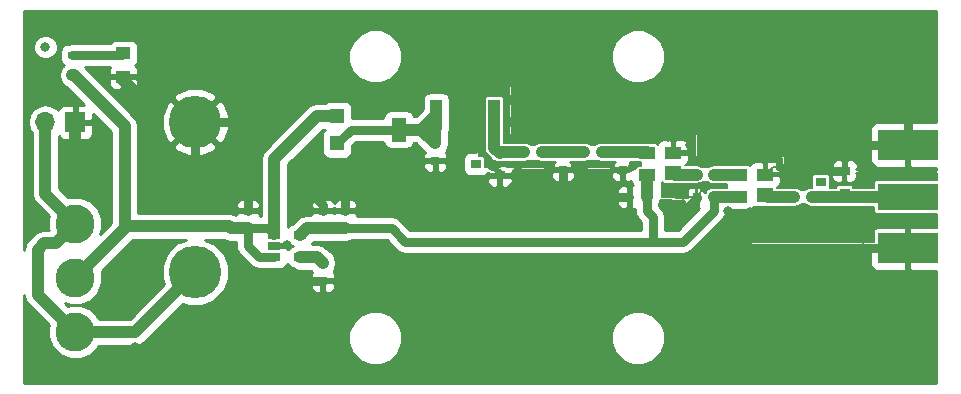
<source format=gbr>
G04 #@! TF.GenerationSoftware,KiCad,Pcbnew,(2017-05-02 revision e4d2924ee)-makepkg*
G04 #@! TF.CreationDate,2017-08-14T20:38:34-05:00*
G04 #@! TF.ProjectId,NoiseGen,4E6F69736547656E2E6B696361645F70,rev?*
G04 #@! TF.FileFunction,Copper,L1,Top,Signal*
G04 #@! TF.FilePolarity,Positive*
%FSLAX46Y46*%
G04 Gerber Fmt 4.6, Leading zero omitted, Abs format (unit mm)*
G04 Created by KiCad (PCBNEW (2017-05-02 revision e4d2924ee)-makepkg) date 08/14/17 20:38:34*
%MOMM*%
%LPD*%
G01*
G04 APERTURE LIST*
%ADD10C,0.100000*%
%ADD11C,4.445000*%
%ADD12R,0.750000X0.800000*%
%ADD13R,0.800000X0.750000*%
%ADD14R,0.800000X0.600000*%
%ADD15O,1.700000X1.700000*%
%ADD16R,1.700000X1.700000*%
%ADD17R,5.080000X2.616200*%
%ADD18R,5.080000X2.286000*%
%ADD19R,1.000000X2.500000*%
%ADD20R,1.250000X1.000000*%
%ADD21C,3.302000*%
%ADD22R,1.400000X1.200000*%
%ADD23R,1.400000X1.000000*%
%ADD24R,1.060000X0.650000*%
%ADD25R,1.300000X1.300000*%
%ADD26R,1.300000X2.000000*%
%ADD27R,0.900000X0.800000*%
%ADD28C,0.800000*%
%ADD29C,1.016000*%
%ADD30C,0.762000*%
%ADD31C,0.508000*%
%ADD32C,0.203200*%
%ADD33C,0.254000*%
G04 APERTURE END LIST*
D10*
D11*
X86360000Y-107950000D03*
X86360000Y-95250000D03*
D12*
X106680000Y-97040000D03*
X106680000Y-98540000D03*
D13*
X115685000Y-97790000D03*
X114185000Y-97790000D03*
X123075000Y-101600000D03*
X124575000Y-101600000D03*
D12*
X90805000Y-104255000D03*
X90805000Y-102755000D03*
D13*
X128790000Y-99695000D03*
X130290000Y-99695000D03*
D12*
X97155000Y-107200000D03*
X97155000Y-108700000D03*
D13*
X128790000Y-101600000D03*
X130290000Y-101600000D03*
D12*
X97155000Y-104255000D03*
X97155000Y-102755000D03*
D13*
X137045000Y-101600000D03*
X138545000Y-101600000D03*
D12*
X99060000Y-102755000D03*
X99060000Y-104255000D03*
D14*
X75946000Y-91274000D03*
X75946000Y-89574000D03*
D15*
X73660000Y-95250000D03*
D16*
X76200000Y-95250000D03*
D17*
X146685000Y-105918000D03*
X146685000Y-97155000D03*
D18*
X146685000Y-101600000D03*
D19*
X111670000Y-94615000D03*
X106770000Y-94615000D03*
D12*
X117475000Y-97802000D03*
X117475000Y-99302000D03*
D13*
X119265000Y-97790000D03*
X120765000Y-97790000D03*
D12*
X122555000Y-99302000D03*
X122555000Y-97802000D03*
D20*
X80264000Y-91424000D03*
X80264000Y-89424000D03*
D21*
X76200000Y-113030000D03*
X76200000Y-108432600D03*
X76200000Y-103835200D03*
D22*
X126830000Y-99576000D03*
D23*
X126830000Y-97856000D03*
X124630000Y-97856000D03*
X124630000Y-99756000D03*
D24*
X95250000Y-104780000D03*
X95250000Y-106680000D03*
X93050000Y-106680000D03*
X93050000Y-105730000D03*
X93050000Y-104780000D03*
D23*
X132420000Y-101600000D03*
X132420000Y-99700000D03*
X134620000Y-99700000D03*
D22*
X134620000Y-101420000D03*
D25*
X98365000Y-94735000D03*
D26*
X103565000Y-95885000D03*
D25*
X98365000Y-97035000D03*
D27*
X110125000Y-98806000D03*
X112125000Y-97856000D03*
X112125000Y-99756000D03*
X139335000Y-100330000D03*
X141335000Y-99380000D03*
X141335000Y-101280000D03*
D28*
X73660000Y-88900000D03*
X81280000Y-92710000D03*
X76200000Y-97790000D03*
X96520000Y-97536000D03*
X99187000Y-98806000D03*
X101854000Y-97409000D03*
X104902000Y-98044000D03*
X108458000Y-97536000D03*
X98425000Y-92710000D03*
X101600000Y-93980000D03*
X105410000Y-93345000D03*
X107315000Y-92075000D03*
X146685000Y-99695000D03*
X80772000Y-109347000D03*
X123403373Y-98968482D03*
X111760000Y-102870000D03*
X129540000Y-106045000D03*
X134620000Y-106045000D03*
X139700000Y-106045000D03*
X131445000Y-102743000D03*
X129408352Y-100867205D03*
X110490000Y-97155000D03*
X109855000Y-95250000D03*
X109855000Y-93345000D03*
X111760000Y-92075000D03*
X127000000Y-100965000D03*
X116205000Y-99060000D03*
X113665000Y-99060000D03*
X113030000Y-93345000D03*
X113030000Y-95250000D03*
X114300000Y-96520000D03*
X116840000Y-96520000D03*
X118745000Y-96520000D03*
X121285000Y-96520000D03*
X123825000Y-96520000D03*
X126365000Y-96520000D03*
X128270000Y-97155000D03*
X128905000Y-98425000D03*
X130810000Y-98425000D03*
X132715000Y-98425000D03*
X134620000Y-98425000D03*
X135890000Y-99060000D03*
X133350000Y-102870000D03*
X135255000Y-102870000D03*
X137160000Y-102870000D03*
X139065000Y-102870000D03*
X140970000Y-102870000D03*
X142875000Y-102870000D03*
X137160000Y-100330000D03*
X142875000Y-100330000D03*
X119253000Y-99060000D03*
X111506000Y-98933000D03*
X146685000Y-103505000D03*
X121285000Y-99695000D03*
X142875000Y-97155000D03*
X132080000Y-93980000D03*
X142240000Y-95250000D03*
X137160000Y-95250000D03*
X94107000Y-105664000D03*
X95250000Y-109220000D03*
X96520000Y-101600000D03*
X99060000Y-101600000D03*
X90170000Y-100330000D03*
X95250000Y-100330000D03*
X102870000Y-100330000D03*
X106680000Y-102870000D03*
X116840000Y-102870000D03*
X91440000Y-93980000D03*
X86360000Y-99060000D03*
X86360000Y-101600000D03*
X119380000Y-88900000D03*
X127000000Y-88900000D03*
X132080000Y-88900000D03*
X137160000Y-88900000D03*
X147320000Y-91440000D03*
X147320000Y-88900000D03*
X142240000Y-88900000D03*
X83820000Y-88900000D03*
X88900000Y-88900000D03*
X96520000Y-88900000D03*
X106680000Y-88900000D03*
X111760000Y-88900000D03*
X114300000Y-91440000D03*
X119380000Y-91440000D03*
X127000000Y-91440000D03*
X132080000Y-91440000D03*
X137160000Y-91440000D03*
X142240000Y-91440000D03*
X96520000Y-111760000D03*
X91440000Y-109220000D03*
X104140000Y-109220000D03*
X109220000Y-109220000D03*
X114300000Y-109220000D03*
X119380000Y-109220000D03*
X124460000Y-109220000D03*
X129540000Y-109220000D03*
X134620000Y-109220000D03*
X139700000Y-109220000D03*
X144780000Y-109220000D03*
X81280000Y-114300000D03*
X86360000Y-114300000D03*
X91440000Y-114300000D03*
X96520000Y-114300000D03*
X104140000Y-114300000D03*
X109220000Y-114300000D03*
X114300000Y-114300000D03*
X119380000Y-114300000D03*
X129540000Y-114300000D03*
X134620000Y-114300000D03*
X139700000Y-114300000D03*
X144780000Y-114300000D03*
X146685000Y-108585000D03*
X146685000Y-94615000D03*
X121285000Y-101600000D03*
X117475000Y-100965000D03*
X127635000Y-102870000D03*
X142875000Y-106045000D03*
D29*
X73660000Y-95250000D02*
X73660000Y-101295200D01*
X73660000Y-101295200D02*
X76200000Y-103835200D01*
X83566001Y-110743999D02*
X86360000Y-107950000D01*
X81280000Y-113030000D02*
X83566001Y-110743999D01*
X76200000Y-113030000D02*
X81280000Y-113030000D01*
X73025000Y-106045000D02*
X73025000Y-109855000D01*
X73025000Y-109855000D02*
X76200000Y-113030000D01*
X73583801Y-105486199D02*
X73025000Y-106045000D01*
X76200000Y-103835200D02*
X74549001Y-105486199D01*
X74549001Y-105486199D02*
X73583801Y-105486199D01*
D30*
X141335000Y-99380000D02*
X140123000Y-99380000D01*
X140123000Y-99380000D02*
X139930000Y-99187000D01*
X139930000Y-99187000D02*
X138303000Y-99187000D01*
X138303000Y-99187000D02*
X137160000Y-100330000D01*
D31*
X128204000Y-97856000D02*
X128270000Y-97790000D01*
X128270000Y-97790000D02*
X128270000Y-97155000D01*
X126830000Y-97856000D02*
X128204000Y-97856000D01*
D29*
X80264000Y-91424000D02*
X80264000Y-91694000D01*
X80264000Y-91694000D02*
X81280000Y-92710000D01*
X76200000Y-95250000D02*
X76200000Y-97790000D01*
D32*
X99187000Y-98806000D02*
X97790000Y-98806000D01*
X97790000Y-98806000D02*
X96520000Y-97536000D01*
X104902000Y-98044000D02*
X102489000Y-98044000D01*
X102489000Y-98044000D02*
X101854000Y-97409000D01*
X106680000Y-98540000D02*
X107454000Y-98540000D01*
X107454000Y-98540000D02*
X108458000Y-97536000D01*
X105410000Y-93345000D02*
X102235000Y-93345000D01*
X102235000Y-93345000D02*
X101600000Y-93980000D01*
X109855000Y-93345000D02*
X108585000Y-93345000D01*
X108585000Y-93345000D02*
X107315000Y-92075000D01*
X146685000Y-97155000D02*
X146685000Y-99695000D01*
D31*
X122555000Y-99302000D02*
X123069855Y-99302000D01*
X123069855Y-99302000D02*
X123403373Y-98968482D01*
X116840000Y-102870000D02*
X111760000Y-102870000D01*
X134620000Y-106045000D02*
X129540000Y-106045000D01*
X142875000Y-106045000D02*
X139700000Y-106045000D01*
X133350000Y-102870000D02*
X131572000Y-102870000D01*
X131572000Y-102870000D02*
X131445000Y-102743000D01*
X112125000Y-99756000D02*
X112125000Y-99552000D01*
X112125000Y-99552000D02*
X111506000Y-98933000D01*
X117475000Y-99302000D02*
X116447000Y-99302000D01*
X116447000Y-99302000D02*
X116205000Y-99060000D01*
X117475000Y-99302000D02*
X119011000Y-99302000D01*
X119011000Y-99302000D02*
X119253000Y-99060000D01*
D32*
X135890000Y-99060000D02*
X135260000Y-99060000D01*
X135260000Y-99060000D02*
X134620000Y-99700000D01*
X128790000Y-101600000D02*
X128790000Y-101485557D01*
X128790000Y-101485557D02*
X129408352Y-100867205D01*
X109855000Y-93345000D02*
X109855000Y-95250000D01*
X113030000Y-93345000D02*
X111760000Y-92075000D01*
X127635000Y-102870000D02*
X127635000Y-101600000D01*
X127635000Y-101600000D02*
X127000000Y-100965000D01*
X111506000Y-98933000D02*
X113538000Y-98933000D01*
X113538000Y-98933000D02*
X113665000Y-99060000D01*
X114300000Y-96520000D02*
X113030000Y-95250000D01*
X118745000Y-96520000D02*
X116840000Y-96520000D01*
X123825000Y-96520000D02*
X121285000Y-96520000D01*
X128270000Y-97155000D02*
X127635000Y-96520000D01*
X127635000Y-96520000D02*
X126365000Y-96520000D01*
X130810000Y-98425000D02*
X128905000Y-98425000D01*
X134620000Y-98425000D02*
X132715000Y-98425000D01*
X137160000Y-100330000D02*
X135890000Y-99060000D01*
X137160000Y-102870000D02*
X135255000Y-102870000D01*
X140970000Y-102870000D02*
X139065000Y-102870000D01*
X142875000Y-106045000D02*
X142875000Y-102870000D01*
X142875000Y-97155000D02*
X142875000Y-100330000D01*
D31*
X146685000Y-104101900D02*
X146685000Y-103505000D01*
X146685000Y-105918000D02*
X146685000Y-104101900D01*
X122555000Y-99302000D02*
X121678000Y-99302000D01*
X121678000Y-99302000D02*
X121285000Y-99695000D01*
D30*
X137160000Y-95250000D02*
X133350000Y-95250000D01*
X133350000Y-95250000D02*
X132080000Y-93980000D01*
X137160000Y-91440000D02*
X137160000Y-95250000D01*
D31*
X93050000Y-105730000D02*
X94041000Y-105730000D01*
X94041000Y-105730000D02*
X94107000Y-105664000D01*
D30*
X97155000Y-108700000D02*
X95770000Y-108700000D01*
X95770000Y-108700000D02*
X95250000Y-109220000D01*
X97155000Y-102755000D02*
X97155000Y-102235000D01*
X97155000Y-102235000D02*
X96520000Y-101600000D01*
X99060000Y-102755000D02*
X99060000Y-101600000D01*
X90805000Y-102755000D02*
X90805000Y-100965000D01*
X90805000Y-100965000D02*
X90170000Y-100330000D01*
X106680000Y-102870000D02*
X105410000Y-102870000D01*
X105410000Y-102870000D02*
X102870000Y-100330000D01*
X117475000Y-100965000D02*
X117475000Y-102235000D01*
X117475000Y-102235000D02*
X116840000Y-102870000D01*
X86360000Y-95250000D02*
X90170000Y-95250000D01*
X90170000Y-95250000D02*
X91440000Y-93980000D01*
X86360000Y-99060000D02*
X86360000Y-101600000D01*
X86360000Y-95250000D02*
X86360000Y-99060000D01*
D32*
X121920000Y-86360000D02*
X119380000Y-88900000D01*
X127000000Y-86360000D02*
X121920000Y-86360000D01*
X127000000Y-88900000D02*
X127000000Y-86360000D01*
X137160000Y-88900000D02*
X132080000Y-88900000D01*
X147320000Y-88900000D02*
X147320000Y-91440000D01*
X142240000Y-91440000D02*
X142240000Y-88900000D01*
X88900000Y-88900000D02*
X83820000Y-88900000D01*
X104140000Y-86360000D02*
X99060000Y-86360000D01*
X99060000Y-86360000D02*
X96520000Y-88900000D01*
X105514799Y-87734799D02*
X104140000Y-86360000D01*
X106680000Y-88900000D02*
X105514799Y-87734799D01*
X114300000Y-91440000D02*
X111760000Y-88900000D01*
X124460000Y-93980000D02*
X121920000Y-93980000D01*
X121920000Y-93980000D02*
X119380000Y-91440000D01*
X126600001Y-91839999D02*
X124460000Y-93980000D01*
X127000000Y-91440000D02*
X126600001Y-91839999D01*
X137160000Y-91440000D02*
X132080000Y-91440000D01*
X146685000Y-93345000D02*
X144780000Y-91440000D01*
X144780000Y-91440000D02*
X142240000Y-91440000D01*
X146685000Y-94615000D02*
X146685000Y-93345000D01*
X91440000Y-109220000D02*
X93980000Y-109220000D01*
X93980000Y-109220000D02*
X96520000Y-111760000D01*
X109220000Y-109220000D02*
X104140000Y-109220000D01*
X119380000Y-109220000D02*
X114300000Y-109220000D01*
X129540000Y-109220000D02*
X124460000Y-109220000D01*
X139700000Y-109220000D02*
X134620000Y-109220000D01*
X144780000Y-114300000D02*
X144780000Y-109220000D01*
X91440000Y-114300000D02*
X86360000Y-114300000D01*
X99060000Y-114300000D02*
X96520000Y-114300000D01*
X101600000Y-116840000D02*
X99060000Y-114300000D01*
X104140000Y-114300000D02*
X101600000Y-116840000D01*
X114300000Y-114300000D02*
X109220000Y-114300000D01*
X124460000Y-116840000D02*
X121920000Y-116840000D01*
X121920000Y-116840000D02*
X119380000Y-114300000D01*
X125834799Y-115465201D02*
X124460000Y-116840000D01*
X129540000Y-114300000D02*
X128374799Y-115465201D01*
X128374799Y-115465201D02*
X125834799Y-115465201D01*
X139700000Y-114300000D02*
X134620000Y-114300000D01*
X146685000Y-108585000D02*
X146685000Y-112395000D01*
X146685000Y-112395000D02*
X144780000Y-114300000D01*
D30*
X146685000Y-97155000D02*
X146685000Y-94615000D01*
X146685000Y-97155000D02*
X142875000Y-97155000D01*
X146685000Y-105918000D02*
X143002000Y-105918000D01*
X143002000Y-105918000D02*
X142875000Y-106045000D01*
X122555000Y-99302000D02*
X122313000Y-99302000D01*
X117475000Y-99302000D02*
X117475000Y-100965000D01*
X128790000Y-101600000D02*
X128790000Y-101715000D01*
X128790000Y-101715000D02*
X127635000Y-102870000D01*
X123075000Y-101600000D02*
X121285000Y-101600000D01*
X98365000Y-97035000D02*
X99515000Y-95885000D01*
X99515000Y-95885000D02*
X103565000Y-95885000D01*
D29*
X106680000Y-97040000D02*
X106655000Y-97040000D01*
X106655000Y-97040000D02*
X105500000Y-95885000D01*
X103565000Y-95885000D02*
X105500000Y-95885000D01*
X105500000Y-95885000D02*
X106770000Y-94615000D01*
X106680000Y-97040000D02*
X106680000Y-94705000D01*
X106680000Y-94705000D02*
X106770000Y-94615000D01*
X115685000Y-97790000D02*
X117463000Y-97790000D01*
X117463000Y-97790000D02*
X117475000Y-97802000D01*
X119265000Y-97790000D02*
X117487000Y-97790000D01*
X117487000Y-97790000D02*
X117475000Y-97802000D01*
X111670000Y-94615000D02*
X111670000Y-97401000D01*
X111670000Y-97401000D02*
X112125000Y-97856000D01*
X114185000Y-97790000D02*
X112191000Y-97790000D01*
X112191000Y-97790000D02*
X112125000Y-97856000D01*
D30*
X125095000Y-103257000D02*
X125095000Y-105410000D01*
X127617000Y-105410000D02*
X125095000Y-105410000D01*
X125095000Y-105410000D02*
X104140000Y-105410000D01*
X124575000Y-101600000D02*
X124575000Y-102737000D01*
X124575000Y-102737000D02*
X125095000Y-103257000D01*
X130290000Y-101600000D02*
X130290000Y-102737000D01*
X130290000Y-102737000D02*
X127617000Y-105410000D01*
X104140000Y-105410000D02*
X102985000Y-104255000D01*
X102985000Y-104255000D02*
X99060000Y-104255000D01*
D29*
X97155000Y-104255000D02*
X95775000Y-104255000D01*
X95775000Y-104255000D02*
X95250000Y-104780000D01*
X99060000Y-104255000D02*
X97155000Y-104255000D01*
X130290000Y-101600000D02*
X132420000Y-101600000D01*
X124630000Y-99756000D02*
X124630000Y-101545000D01*
X124630000Y-101545000D02*
X124575000Y-101600000D01*
X89216488Y-104057488D02*
X89414000Y-104255000D01*
X89414000Y-104255000D02*
X90805000Y-104255000D01*
X80575112Y-104057488D02*
X89216488Y-104057488D01*
X80377600Y-104255000D02*
X80575112Y-104057488D01*
X75946000Y-91274000D02*
X76046000Y-91274000D01*
X76046000Y-91274000D02*
X80377600Y-95605600D01*
X80377600Y-95605600D02*
X80377600Y-104255000D01*
X98365000Y-94735000D02*
X96699000Y-94735000D01*
X96699000Y-94735000D02*
X93050000Y-98384000D01*
X93050000Y-98384000D02*
X93050000Y-104696999D01*
X76200000Y-108432600D02*
X80377600Y-104255000D01*
D30*
X93050000Y-106680000D02*
X91758000Y-106680000D01*
X91758000Y-106680000D02*
X90805000Y-105727000D01*
X90805000Y-105727000D02*
X90805000Y-105417000D01*
X90805000Y-105417000D02*
X90805000Y-104255000D01*
X90805000Y-104255000D02*
X92525000Y-104255000D01*
X92525000Y-104255000D02*
X93050000Y-104780000D01*
D29*
X128790000Y-99695000D02*
X126949000Y-99695000D01*
X126949000Y-99695000D02*
X126830000Y-99576000D01*
X132420000Y-99700000D02*
X130295000Y-99700000D01*
X130295000Y-99700000D02*
X130290000Y-99695000D01*
X95250000Y-106680000D02*
X96635000Y-106680000D01*
X96635000Y-106680000D02*
X97155000Y-107200000D01*
X137045000Y-101600000D02*
X134800000Y-101600000D01*
X134800000Y-101600000D02*
X134620000Y-101420000D01*
D30*
X138545000Y-101600000D02*
X141015000Y-101600000D01*
X141015000Y-101600000D02*
X141335000Y-101280000D01*
X141335000Y-101280000D02*
X141335000Y-101330000D01*
X141335000Y-101330000D02*
X141605000Y-101600000D01*
D29*
X146685000Y-101600000D02*
X138545000Y-101600000D01*
D30*
X75946000Y-89574000D02*
X80114000Y-89574000D01*
X80114000Y-89574000D02*
X80264000Y-89424000D01*
D29*
X122555000Y-97802000D02*
X124576000Y-97802000D01*
X124576000Y-97802000D02*
X124630000Y-97856000D01*
X120765000Y-97790000D02*
X122543000Y-97790000D01*
X122543000Y-97790000D02*
X122555000Y-97802000D01*
D33*
G36*
X133350000Y-105537000D02*
X133359667Y-105585601D01*
X133387197Y-105626803D01*
X133428399Y-105654333D01*
X133477000Y-105664000D01*
X143541750Y-105664000D01*
X143668750Y-105791000D01*
X146558000Y-105791000D01*
X146558000Y-105771000D01*
X146812000Y-105771000D01*
X146812000Y-105791000D01*
X146832000Y-105791000D01*
X146832000Y-106045000D01*
X146812000Y-106045000D01*
X146812000Y-107702350D01*
X146970750Y-107861100D01*
X149098000Y-107861100D01*
X149098000Y-117348000D01*
X71882000Y-117348000D01*
X71882000Y-109855000D01*
X71969006Y-110292407D01*
X72216777Y-110663223D01*
X73976731Y-112423177D01*
X73914398Y-112573292D01*
X73913604Y-113482719D01*
X74260894Y-114323223D01*
X74903395Y-114966846D01*
X75743292Y-115315602D01*
X76652719Y-115316396D01*
X77493223Y-114969106D01*
X78136846Y-114326605D01*
X78200628Y-114173000D01*
X81280000Y-114173000D01*
X81717407Y-114085994D01*
X81898010Y-113965319D01*
X99313604Y-113965319D01*
X99660894Y-114805823D01*
X100303395Y-115449446D01*
X101143292Y-115798202D01*
X102052719Y-115798996D01*
X102893223Y-115451706D01*
X103536846Y-114809205D01*
X103885602Y-113969308D01*
X103885605Y-113965319D01*
X121538604Y-113965319D01*
X121885894Y-114805823D01*
X122528395Y-115449446D01*
X123368292Y-115798202D01*
X124277719Y-115798996D01*
X125118223Y-115451706D01*
X125761846Y-114809205D01*
X126110602Y-113969308D01*
X126111396Y-113059881D01*
X125764106Y-112219377D01*
X125121605Y-111575754D01*
X124281708Y-111226998D01*
X123372281Y-111226204D01*
X122531777Y-111573494D01*
X121888154Y-112215995D01*
X121539398Y-113055892D01*
X121538604Y-113965319D01*
X103885605Y-113965319D01*
X103886396Y-113059881D01*
X103539106Y-112219377D01*
X102896605Y-111575754D01*
X102056708Y-111226998D01*
X101147281Y-111226204D01*
X100306777Y-111573494D01*
X99663154Y-112215995D01*
X99314398Y-113055892D01*
X99313604Y-113965319D01*
X81898010Y-113965319D01*
X82088223Y-113838223D01*
X85315927Y-110610519D01*
X85789114Y-110807003D01*
X86925898Y-110807995D01*
X87976529Y-110373883D01*
X88781058Y-109570757D01*
X89023974Y-108985750D01*
X96145000Y-108985750D01*
X96145000Y-109226309D01*
X96241673Y-109459698D01*
X96420301Y-109638327D01*
X96653690Y-109735000D01*
X96869250Y-109735000D01*
X97028000Y-109576250D01*
X97028000Y-108827000D01*
X97282000Y-108827000D01*
X97282000Y-109576250D01*
X97440750Y-109735000D01*
X97656310Y-109735000D01*
X97889699Y-109638327D01*
X98068327Y-109459698D01*
X98165000Y-109226309D01*
X98165000Y-108985750D01*
X98006250Y-108827000D01*
X97282000Y-108827000D01*
X97028000Y-108827000D01*
X96303750Y-108827000D01*
X96145000Y-108985750D01*
X89023974Y-108985750D01*
X89217003Y-108520886D01*
X89217995Y-107384102D01*
X88783883Y-106333471D01*
X87980757Y-105528942D01*
X87189753Y-105200488D01*
X88811209Y-105200488D01*
X88976593Y-105310994D01*
X89414000Y-105398000D01*
X89789000Y-105398000D01*
X89789000Y-105727000D01*
X89835661Y-105961580D01*
X89866338Y-106115807D01*
X90086580Y-106445420D01*
X91039580Y-107398421D01*
X91369193Y-107618662D01*
X91758000Y-107696000D01*
X93050000Y-107696000D01*
X93268992Y-107652440D01*
X93580000Y-107652440D01*
X93827765Y-107603157D01*
X94037809Y-107462809D01*
X94150000Y-107294905D01*
X94262191Y-107462809D01*
X94472235Y-107603157D01*
X94673789Y-107643248D01*
X94812593Y-107735994D01*
X95250000Y-107823000D01*
X96161554Y-107823000D01*
X96180732Y-107842178D01*
X96181843Y-107847765D01*
X96242873Y-107939102D01*
X96241673Y-107940302D01*
X96145000Y-108173691D01*
X96145000Y-108414250D01*
X96303750Y-108573000D01*
X97028000Y-108573000D01*
X97028000Y-108553000D01*
X97282000Y-108553000D01*
X97282000Y-108573000D01*
X98006250Y-108573000D01*
X98165000Y-108414250D01*
X98165000Y-108173691D01*
X98068327Y-107940302D01*
X98067127Y-107939102D01*
X98128157Y-107847765D01*
X98152623Y-107724766D01*
X98210994Y-107637407D01*
X98298000Y-107200000D01*
X98210994Y-106762593D01*
X98152623Y-106675234D01*
X98128157Y-106552235D01*
X97987809Y-106342191D01*
X97777765Y-106201843D01*
X97772178Y-106200732D01*
X97443223Y-105871777D01*
X97072407Y-105624006D01*
X96635000Y-105537000D01*
X96255054Y-105537000D01*
X96347932Y-105398000D01*
X99060000Y-105398000D01*
X99497407Y-105310994D01*
X99542088Y-105281139D01*
X99593061Y-105271000D01*
X102564160Y-105271000D01*
X103421580Y-106128421D01*
X103751193Y-106348662D01*
X104140000Y-106426000D01*
X127617000Y-106426000D01*
X127941300Y-106361493D01*
X128005807Y-106348662D01*
X128222681Y-106203750D01*
X143510000Y-106203750D01*
X143510000Y-107352409D01*
X143606673Y-107585798D01*
X143785301Y-107764427D01*
X144018690Y-107861100D01*
X146399250Y-107861100D01*
X146558000Y-107702350D01*
X146558000Y-106045000D01*
X143668750Y-106045000D01*
X143510000Y-106203750D01*
X128222681Y-106203750D01*
X128335420Y-106128420D01*
X131008421Y-103455420D01*
X131228662Y-103125807D01*
X131255523Y-102990765D01*
X131304807Y-102743000D01*
X131697678Y-102743000D01*
X131720000Y-102747440D01*
X133120000Y-102747440D01*
X133350000Y-102701691D01*
X133350000Y-105537000D01*
X133350000Y-105537000D01*
G37*
X133350000Y-105537000D02*
X133359667Y-105585601D01*
X133387197Y-105626803D01*
X133428399Y-105654333D01*
X133477000Y-105664000D01*
X143541750Y-105664000D01*
X143668750Y-105791000D01*
X146558000Y-105791000D01*
X146558000Y-105771000D01*
X146812000Y-105771000D01*
X146812000Y-105791000D01*
X146832000Y-105791000D01*
X146832000Y-106045000D01*
X146812000Y-106045000D01*
X146812000Y-107702350D01*
X146970750Y-107861100D01*
X149098000Y-107861100D01*
X149098000Y-117348000D01*
X71882000Y-117348000D01*
X71882000Y-109855000D01*
X71969006Y-110292407D01*
X72216777Y-110663223D01*
X73976731Y-112423177D01*
X73914398Y-112573292D01*
X73913604Y-113482719D01*
X74260894Y-114323223D01*
X74903395Y-114966846D01*
X75743292Y-115315602D01*
X76652719Y-115316396D01*
X77493223Y-114969106D01*
X78136846Y-114326605D01*
X78200628Y-114173000D01*
X81280000Y-114173000D01*
X81717407Y-114085994D01*
X81898010Y-113965319D01*
X99313604Y-113965319D01*
X99660894Y-114805823D01*
X100303395Y-115449446D01*
X101143292Y-115798202D01*
X102052719Y-115798996D01*
X102893223Y-115451706D01*
X103536846Y-114809205D01*
X103885602Y-113969308D01*
X103885605Y-113965319D01*
X121538604Y-113965319D01*
X121885894Y-114805823D01*
X122528395Y-115449446D01*
X123368292Y-115798202D01*
X124277719Y-115798996D01*
X125118223Y-115451706D01*
X125761846Y-114809205D01*
X126110602Y-113969308D01*
X126111396Y-113059881D01*
X125764106Y-112219377D01*
X125121605Y-111575754D01*
X124281708Y-111226998D01*
X123372281Y-111226204D01*
X122531777Y-111573494D01*
X121888154Y-112215995D01*
X121539398Y-113055892D01*
X121538604Y-113965319D01*
X103885605Y-113965319D01*
X103886396Y-113059881D01*
X103539106Y-112219377D01*
X102896605Y-111575754D01*
X102056708Y-111226998D01*
X101147281Y-111226204D01*
X100306777Y-111573494D01*
X99663154Y-112215995D01*
X99314398Y-113055892D01*
X99313604Y-113965319D01*
X81898010Y-113965319D01*
X82088223Y-113838223D01*
X85315927Y-110610519D01*
X85789114Y-110807003D01*
X86925898Y-110807995D01*
X87976529Y-110373883D01*
X88781058Y-109570757D01*
X89023974Y-108985750D01*
X96145000Y-108985750D01*
X96145000Y-109226309D01*
X96241673Y-109459698D01*
X96420301Y-109638327D01*
X96653690Y-109735000D01*
X96869250Y-109735000D01*
X97028000Y-109576250D01*
X97028000Y-108827000D01*
X97282000Y-108827000D01*
X97282000Y-109576250D01*
X97440750Y-109735000D01*
X97656310Y-109735000D01*
X97889699Y-109638327D01*
X98068327Y-109459698D01*
X98165000Y-109226309D01*
X98165000Y-108985750D01*
X98006250Y-108827000D01*
X97282000Y-108827000D01*
X97028000Y-108827000D01*
X96303750Y-108827000D01*
X96145000Y-108985750D01*
X89023974Y-108985750D01*
X89217003Y-108520886D01*
X89217995Y-107384102D01*
X88783883Y-106333471D01*
X87980757Y-105528942D01*
X87189753Y-105200488D01*
X88811209Y-105200488D01*
X88976593Y-105310994D01*
X89414000Y-105398000D01*
X89789000Y-105398000D01*
X89789000Y-105727000D01*
X89835661Y-105961580D01*
X89866338Y-106115807D01*
X90086580Y-106445420D01*
X91039580Y-107398421D01*
X91369193Y-107618662D01*
X91758000Y-107696000D01*
X93050000Y-107696000D01*
X93268992Y-107652440D01*
X93580000Y-107652440D01*
X93827765Y-107603157D01*
X94037809Y-107462809D01*
X94150000Y-107294905D01*
X94262191Y-107462809D01*
X94472235Y-107603157D01*
X94673789Y-107643248D01*
X94812593Y-107735994D01*
X95250000Y-107823000D01*
X96161554Y-107823000D01*
X96180732Y-107842178D01*
X96181843Y-107847765D01*
X96242873Y-107939102D01*
X96241673Y-107940302D01*
X96145000Y-108173691D01*
X96145000Y-108414250D01*
X96303750Y-108573000D01*
X97028000Y-108573000D01*
X97028000Y-108553000D01*
X97282000Y-108553000D01*
X97282000Y-108573000D01*
X98006250Y-108573000D01*
X98165000Y-108414250D01*
X98165000Y-108173691D01*
X98068327Y-107940302D01*
X98067127Y-107939102D01*
X98128157Y-107847765D01*
X98152623Y-107724766D01*
X98210994Y-107637407D01*
X98298000Y-107200000D01*
X98210994Y-106762593D01*
X98152623Y-106675234D01*
X98128157Y-106552235D01*
X97987809Y-106342191D01*
X97777765Y-106201843D01*
X97772178Y-106200732D01*
X97443223Y-105871777D01*
X97072407Y-105624006D01*
X96635000Y-105537000D01*
X96255054Y-105537000D01*
X96347932Y-105398000D01*
X99060000Y-105398000D01*
X99497407Y-105310994D01*
X99542088Y-105281139D01*
X99593061Y-105271000D01*
X102564160Y-105271000D01*
X103421580Y-106128421D01*
X103751193Y-106348662D01*
X104140000Y-106426000D01*
X127617000Y-106426000D01*
X127941300Y-106361493D01*
X128005807Y-106348662D01*
X128222681Y-106203750D01*
X143510000Y-106203750D01*
X143510000Y-107352409D01*
X143606673Y-107585798D01*
X143785301Y-107764427D01*
X144018690Y-107861100D01*
X146399250Y-107861100D01*
X146558000Y-107702350D01*
X146558000Y-106045000D01*
X143668750Y-106045000D01*
X143510000Y-106203750D01*
X128222681Y-106203750D01*
X128335420Y-106128420D01*
X131008421Y-103455420D01*
X131228662Y-103125807D01*
X131255523Y-102990765D01*
X131304807Y-102743000D01*
X131697678Y-102743000D01*
X131720000Y-102747440D01*
X133120000Y-102747440D01*
X133350000Y-102701691D01*
X133350000Y-105537000D01*
G36*
X84743471Y-105526117D02*
X83938942Y-106329243D01*
X83502997Y-107379114D01*
X83502005Y-108515898D01*
X83699553Y-108994001D01*
X80806554Y-111887000D01*
X78201177Y-111887000D01*
X78139106Y-111736777D01*
X77496605Y-111093154D01*
X76656708Y-110744398D01*
X75747281Y-110743604D01*
X75593565Y-110807119D01*
X75335188Y-110548742D01*
X75743292Y-110718202D01*
X76652719Y-110718996D01*
X77493223Y-110371706D01*
X78136846Y-109729205D01*
X78485602Y-108889308D01*
X78486396Y-107979881D01*
X78422881Y-107826165D01*
X81048558Y-105200488D01*
X85531553Y-105200488D01*
X84743471Y-105526117D01*
X84743471Y-105526117D01*
G37*
X84743471Y-105526117D02*
X83938942Y-106329243D01*
X83502997Y-107379114D01*
X83502005Y-108515898D01*
X83699553Y-108994001D01*
X80806554Y-111887000D01*
X78201177Y-111887000D01*
X78139106Y-111736777D01*
X77496605Y-111093154D01*
X76656708Y-110744398D01*
X75747281Y-110743604D01*
X75593565Y-110807119D01*
X75335188Y-110548742D01*
X75743292Y-110718202D01*
X76652719Y-110718996D01*
X77493223Y-110371706D01*
X78136846Y-109729205D01*
X78485602Y-108889308D01*
X78486396Y-107979881D01*
X78422881Y-107826165D01*
X81048558Y-105200488D01*
X85531553Y-105200488D01*
X84743471Y-105526117D01*
G36*
X149098000Y-95211900D02*
X146970750Y-95211900D01*
X146812000Y-95370650D01*
X146812000Y-97028000D01*
X146832000Y-97028000D01*
X146832000Y-97282000D01*
X146812000Y-97282000D01*
X146812000Y-98939350D01*
X146970750Y-99098100D01*
X149098000Y-99098100D01*
X149098000Y-99314000D01*
X142420000Y-99314000D01*
X142420000Y-99252998D01*
X142261252Y-99252998D01*
X142420000Y-99094250D01*
X142420000Y-98853690D01*
X142323327Y-98620301D01*
X142144698Y-98441673D01*
X141911309Y-98345000D01*
X141620750Y-98345000D01*
X141462000Y-98503750D01*
X141462000Y-99253000D01*
X141482000Y-99253000D01*
X141482000Y-99314000D01*
X141188000Y-99314000D01*
X141188000Y-99253000D01*
X141208000Y-99253000D01*
X141208000Y-98503750D01*
X141049250Y-98345000D01*
X140758691Y-98345000D01*
X140525302Y-98441673D01*
X140346673Y-98620301D01*
X140250000Y-98853690D01*
X140250000Y-99094250D01*
X140408748Y-99252998D01*
X140250000Y-99252998D01*
X140250000Y-99314000D01*
X139943061Y-99314000D01*
X139785000Y-99282560D01*
X138885000Y-99282560D01*
X138726939Y-99314000D01*
X136271000Y-99314000D01*
X136271000Y-98171000D01*
X136261333Y-98122399D01*
X136233803Y-98081197D01*
X136192601Y-98053667D01*
X136144000Y-98044000D01*
X128905000Y-98044000D01*
X128905000Y-97440750D01*
X143510000Y-97440750D01*
X143510000Y-98589409D01*
X143606673Y-98822798D01*
X143785301Y-99001427D01*
X144018690Y-99098100D01*
X146399250Y-99098100D01*
X146558000Y-98939350D01*
X146558000Y-97282000D01*
X143668750Y-97282000D01*
X143510000Y-97440750D01*
X128905000Y-97440750D01*
X128905000Y-96266000D01*
X128895333Y-96217399D01*
X128867803Y-96176197D01*
X128826601Y-96148667D01*
X128778000Y-96139000D01*
X113157000Y-96139000D01*
X113157000Y-95720591D01*
X143510000Y-95720591D01*
X143510000Y-96869250D01*
X143668750Y-97028000D01*
X146558000Y-97028000D01*
X146558000Y-95370650D01*
X146399250Y-95211900D01*
X144018690Y-95211900D01*
X143785301Y-95308573D01*
X143606673Y-95487202D01*
X143510000Y-95720591D01*
X113157000Y-95720591D01*
X113157000Y-92202000D01*
X113147333Y-92153399D01*
X113119803Y-92112197D01*
X113078601Y-92084667D01*
X113030000Y-92075000D01*
X110236000Y-92075000D01*
X110187399Y-92084667D01*
X110146197Y-92112197D01*
X110118667Y-92153399D01*
X110109000Y-92202000D01*
X110109000Y-97758560D01*
X109675000Y-97758560D01*
X109427235Y-97807843D01*
X109217191Y-97948191D01*
X109076843Y-98158235D01*
X109027560Y-98406000D01*
X109027560Y-99206000D01*
X109076843Y-99453765D01*
X109217191Y-99663809D01*
X109427235Y-99804157D01*
X109675000Y-99853440D01*
X110575000Y-99853440D01*
X110822765Y-99804157D01*
X111032809Y-99663809D01*
X111113219Y-99543469D01*
X111198750Y-99629000D01*
X111998000Y-99629000D01*
X111998000Y-99609000D01*
X112252000Y-99609000D01*
X112252000Y-99629000D01*
X113051250Y-99629000D01*
X113210000Y-99470250D01*
X113210000Y-99314000D01*
X116465000Y-99314000D01*
X116465000Y-99429002D01*
X116623748Y-99429002D01*
X116465000Y-99587750D01*
X116465000Y-99828309D01*
X116561673Y-100061698D01*
X116740301Y-100240327D01*
X116973690Y-100337000D01*
X117189250Y-100337000D01*
X117348000Y-100178250D01*
X117348000Y-99429000D01*
X117328000Y-99429000D01*
X117328000Y-99314000D01*
X117622000Y-99314000D01*
X117622000Y-99429000D01*
X117602000Y-99429000D01*
X117602000Y-100178250D01*
X117760750Y-100337000D01*
X117976310Y-100337000D01*
X118209699Y-100240327D01*
X118388327Y-100061698D01*
X118485000Y-99828309D01*
X118485000Y-99587750D01*
X118326252Y-99429002D01*
X118485000Y-99429002D01*
X118485000Y-99314000D01*
X121545000Y-99314000D01*
X121545000Y-99429002D01*
X121703748Y-99429002D01*
X121545000Y-99587750D01*
X121545000Y-99828309D01*
X121641673Y-100061698D01*
X121820301Y-100240327D01*
X122053690Y-100337000D01*
X122269250Y-100337000D01*
X122428000Y-100178250D01*
X122428000Y-99429000D01*
X122408000Y-99429000D01*
X122408000Y-99314000D01*
X122702000Y-99314000D01*
X122702000Y-99429000D01*
X122682000Y-99429000D01*
X122682000Y-100178250D01*
X122840750Y-100337000D01*
X123056310Y-100337000D01*
X123282560Y-100243284D01*
X123282560Y-100256000D01*
X123331843Y-100503765D01*
X123389464Y-100590000D01*
X123360750Y-100590000D01*
X123202000Y-100748750D01*
X123202000Y-101473000D01*
X123222000Y-101473000D01*
X123222000Y-101727000D01*
X123202000Y-101727000D01*
X123202000Y-102451250D01*
X123360750Y-102610000D01*
X123559000Y-102610000D01*
X123559000Y-102737000D01*
X123609477Y-102990765D01*
X123636338Y-103125807D01*
X123856580Y-103455420D01*
X124079000Y-103677840D01*
X124079000Y-104394000D01*
X104560841Y-104394000D01*
X103703420Y-103536580D01*
X103373807Y-103316338D01*
X103309300Y-103303507D01*
X102985000Y-103239000D01*
X100070000Y-103239000D01*
X100070000Y-103040750D01*
X99911250Y-102882000D01*
X99187000Y-102882000D01*
X99187000Y-102902000D01*
X98933000Y-102902000D01*
X98933000Y-102882000D01*
X98208750Y-102882000D01*
X98107500Y-102983250D01*
X98006250Y-102882000D01*
X97282000Y-102882000D01*
X97282000Y-102902000D01*
X97028000Y-102902000D01*
X97028000Y-102882000D01*
X96303750Y-102882000D01*
X96145000Y-103040750D01*
X96145000Y-103112000D01*
X95775000Y-103112000D01*
X95337593Y-103199006D01*
X94966777Y-103446777D01*
X94577686Y-103835868D01*
X94472235Y-103856843D01*
X94262191Y-103997191D01*
X94193000Y-104100742D01*
X94193000Y-102228691D01*
X96145000Y-102228691D01*
X96145000Y-102469250D01*
X96303750Y-102628000D01*
X97028000Y-102628000D01*
X97028000Y-101878750D01*
X97282000Y-101878750D01*
X97282000Y-102628000D01*
X98006250Y-102628000D01*
X98107500Y-102526750D01*
X98208750Y-102628000D01*
X98933000Y-102628000D01*
X98933000Y-101878750D01*
X99187000Y-101878750D01*
X99187000Y-102628000D01*
X99911250Y-102628000D01*
X100070000Y-102469250D01*
X100070000Y-102228691D01*
X99973327Y-101995302D01*
X99863776Y-101885750D01*
X122040000Y-101885750D01*
X122040000Y-102101310D01*
X122136673Y-102334699D01*
X122315302Y-102513327D01*
X122548691Y-102610000D01*
X122789250Y-102610000D01*
X122948000Y-102451250D01*
X122948000Y-101727000D01*
X122198750Y-101727000D01*
X122040000Y-101885750D01*
X99863776Y-101885750D01*
X99794699Y-101816673D01*
X99561310Y-101720000D01*
X99345750Y-101720000D01*
X99187000Y-101878750D01*
X98933000Y-101878750D01*
X98774250Y-101720000D01*
X98558690Y-101720000D01*
X98325301Y-101816673D01*
X98146673Y-101995302D01*
X98107500Y-102089874D01*
X98068327Y-101995302D01*
X97889699Y-101816673D01*
X97656310Y-101720000D01*
X97440750Y-101720000D01*
X97282000Y-101878750D01*
X97028000Y-101878750D01*
X96869250Y-101720000D01*
X96653690Y-101720000D01*
X96420301Y-101816673D01*
X96241673Y-101995302D01*
X96145000Y-102228691D01*
X94193000Y-102228691D01*
X94193000Y-101098690D01*
X122040000Y-101098690D01*
X122040000Y-101314250D01*
X122198750Y-101473000D01*
X122948000Y-101473000D01*
X122948000Y-100748750D01*
X122789250Y-100590000D01*
X122548691Y-100590000D01*
X122315302Y-100686673D01*
X122136673Y-100865301D01*
X122040000Y-101098690D01*
X94193000Y-101098690D01*
X94193000Y-100041750D01*
X111040000Y-100041750D01*
X111040000Y-100282310D01*
X111136673Y-100515699D01*
X111315302Y-100694327D01*
X111548691Y-100791000D01*
X111839250Y-100791000D01*
X111998000Y-100632250D01*
X111998000Y-99883000D01*
X112252000Y-99883000D01*
X112252000Y-100632250D01*
X112410750Y-100791000D01*
X112701309Y-100791000D01*
X112934698Y-100694327D01*
X113113327Y-100515699D01*
X113210000Y-100282310D01*
X113210000Y-100041750D01*
X113051250Y-99883000D01*
X112252000Y-99883000D01*
X111998000Y-99883000D01*
X111198750Y-99883000D01*
X111040000Y-100041750D01*
X94193000Y-100041750D01*
X94193000Y-98857446D01*
X94224696Y-98825750D01*
X105670000Y-98825750D01*
X105670000Y-99066309D01*
X105766673Y-99299698D01*
X105945301Y-99478327D01*
X106178690Y-99575000D01*
X106394250Y-99575000D01*
X106553000Y-99416250D01*
X106553000Y-98667000D01*
X106807000Y-98667000D01*
X106807000Y-99416250D01*
X106965750Y-99575000D01*
X107181310Y-99575000D01*
X107414699Y-99478327D01*
X107593327Y-99299698D01*
X107690000Y-99066309D01*
X107690000Y-98825750D01*
X107531250Y-98667000D01*
X106807000Y-98667000D01*
X106553000Y-98667000D01*
X105828750Y-98667000D01*
X105670000Y-98825750D01*
X94224696Y-98825750D01*
X97172446Y-95878000D01*
X97309858Y-95878000D01*
X97320334Y-95885000D01*
X97257191Y-95927191D01*
X97116843Y-96137235D01*
X97067560Y-96385000D01*
X97067560Y-97685000D01*
X97116843Y-97932765D01*
X97257191Y-98142809D01*
X97467235Y-98283157D01*
X97715000Y-98332440D01*
X99015000Y-98332440D01*
X99262765Y-98283157D01*
X99472809Y-98142809D01*
X99613157Y-97932765D01*
X99662440Y-97685000D01*
X99662440Y-97174401D01*
X99935841Y-96901000D01*
X102270743Y-96901000D01*
X102316843Y-97132765D01*
X102457191Y-97342809D01*
X102667235Y-97483157D01*
X102915000Y-97532440D01*
X104215000Y-97532440D01*
X104462765Y-97483157D01*
X104672809Y-97342809D01*
X104813157Y-97132765D01*
X104833996Y-97028000D01*
X105026554Y-97028000D01*
X105748173Y-97749619D01*
X105767873Y-97779102D01*
X105766673Y-97780302D01*
X105670000Y-98013691D01*
X105670000Y-98254250D01*
X105828750Y-98413000D01*
X106553000Y-98413000D01*
X106553000Y-98393000D01*
X106807000Y-98393000D01*
X106807000Y-98413000D01*
X107531250Y-98413000D01*
X107690000Y-98254250D01*
X107690000Y-98013691D01*
X107593327Y-97780302D01*
X107592127Y-97779102D01*
X107653157Y-97687765D01*
X107677623Y-97564766D01*
X107735994Y-97477407D01*
X107823000Y-97040000D01*
X107823000Y-96180347D01*
X107868157Y-96112765D01*
X107917440Y-95865000D01*
X107917440Y-93365000D01*
X107868157Y-93117235D01*
X107727809Y-92907191D01*
X107517765Y-92766843D01*
X107270000Y-92717560D01*
X106270000Y-92717560D01*
X106022235Y-92766843D01*
X105812191Y-92907191D01*
X105671843Y-93117235D01*
X105622560Y-93365000D01*
X105622560Y-94145994D01*
X105026554Y-94742000D01*
X104833996Y-94742000D01*
X104813157Y-94637235D01*
X104672809Y-94427191D01*
X104462765Y-94286843D01*
X104215000Y-94237560D01*
X102915000Y-94237560D01*
X102667235Y-94286843D01*
X102457191Y-94427191D01*
X102316843Y-94637235D01*
X102270743Y-94869000D01*
X99662440Y-94869000D01*
X99662440Y-94085000D01*
X99613157Y-93837235D01*
X99472809Y-93627191D01*
X99262765Y-93486843D01*
X99015000Y-93437560D01*
X97715000Y-93437560D01*
X97467235Y-93486843D01*
X97309858Y-93592000D01*
X96699000Y-93592000D01*
X96261593Y-93679006D01*
X95890777Y-93926777D01*
X92241777Y-97575777D01*
X91994006Y-97946593D01*
X91907000Y-98384000D01*
X91907000Y-103239000D01*
X91815000Y-103239000D01*
X91815000Y-103040750D01*
X91656250Y-102882000D01*
X90932000Y-102882000D01*
X90932000Y-102902000D01*
X90678000Y-102902000D01*
X90678000Y-102882000D01*
X89953750Y-102882000D01*
X89795000Y-103040750D01*
X89795000Y-103095777D01*
X89653895Y-103001494D01*
X89216488Y-102914488D01*
X81520600Y-102914488D01*
X81520600Y-102228691D01*
X89795000Y-102228691D01*
X89795000Y-102469250D01*
X89953750Y-102628000D01*
X90678000Y-102628000D01*
X90678000Y-101878750D01*
X90932000Y-101878750D01*
X90932000Y-102628000D01*
X91656250Y-102628000D01*
X91815000Y-102469250D01*
X91815000Y-102228691D01*
X91718327Y-101995302D01*
X91539699Y-101816673D01*
X91306310Y-101720000D01*
X91090750Y-101720000D01*
X90932000Y-101878750D01*
X90678000Y-101878750D01*
X90519250Y-101720000D01*
X90303690Y-101720000D01*
X90070301Y-101816673D01*
X89891673Y-101995302D01*
X89795000Y-102228691D01*
X81520600Y-102228691D01*
X81520600Y-97285621D01*
X84503984Y-97285621D01*
X84751871Y-97679465D01*
X85803998Y-98109937D01*
X86940772Y-98105009D01*
X87968129Y-97679465D01*
X88216016Y-97285621D01*
X86360000Y-95429605D01*
X84503984Y-97285621D01*
X81520600Y-97285621D01*
X81520600Y-95605600D01*
X81433594Y-95168193D01*
X81185823Y-94797377D01*
X81082444Y-94693998D01*
X83500063Y-94693998D01*
X83504991Y-95830772D01*
X83930535Y-96858129D01*
X84324379Y-97106016D01*
X86180395Y-95250000D01*
X86539605Y-95250000D01*
X88395621Y-97106016D01*
X88789465Y-96858129D01*
X89219937Y-95806002D01*
X89215009Y-94669228D01*
X88789465Y-93641871D01*
X88395621Y-93393984D01*
X86539605Y-95250000D01*
X86180395Y-95250000D01*
X84324379Y-93393984D01*
X83930535Y-93641871D01*
X83500063Y-94693998D01*
X81082444Y-94693998D01*
X79602825Y-93214379D01*
X84503984Y-93214379D01*
X86360000Y-95070395D01*
X88216016Y-93214379D01*
X87968129Y-92820535D01*
X86916002Y-92390063D01*
X85779228Y-92394991D01*
X84751871Y-92820535D01*
X84503984Y-93214379D01*
X79602825Y-93214379D01*
X78098196Y-91709750D01*
X79004000Y-91709750D01*
X79004000Y-92050309D01*
X79100673Y-92283698D01*
X79279301Y-92462327D01*
X79512690Y-92559000D01*
X79978250Y-92559000D01*
X80137000Y-92400250D01*
X80137000Y-91551000D01*
X80391000Y-91551000D01*
X80391000Y-92400250D01*
X80549750Y-92559000D01*
X81015310Y-92559000D01*
X81248699Y-92462327D01*
X81427327Y-92283698D01*
X81524000Y-92050309D01*
X81524000Y-91709750D01*
X81365250Y-91551000D01*
X80391000Y-91551000D01*
X80137000Y-91551000D01*
X79162750Y-91551000D01*
X79004000Y-91709750D01*
X78098196Y-91709750D01*
X76978446Y-90590000D01*
X79090029Y-90590000D01*
X79004000Y-90797691D01*
X79004000Y-91138250D01*
X79162750Y-91297000D01*
X80137000Y-91297000D01*
X80137000Y-91277000D01*
X80391000Y-91277000D01*
X80391000Y-91297000D01*
X81365250Y-91297000D01*
X81524000Y-91138250D01*
X81524000Y-90797691D01*
X81427327Y-90564302D01*
X81285680Y-90422654D01*
X81346809Y-90381809D01*
X81487157Y-90171765D01*
X81493451Y-90140119D01*
X99313604Y-90140119D01*
X99660894Y-90980623D01*
X100303395Y-91624246D01*
X101143292Y-91973002D01*
X102052719Y-91973796D01*
X102893223Y-91626506D01*
X103536846Y-90984005D01*
X103885602Y-90144108D01*
X103885605Y-90140119D01*
X121538604Y-90140119D01*
X121885894Y-90980623D01*
X122528395Y-91624246D01*
X123368292Y-91973002D01*
X124277719Y-91973796D01*
X125118223Y-91626506D01*
X125761846Y-90984005D01*
X126110602Y-90144108D01*
X126111396Y-89234681D01*
X125764106Y-88394177D01*
X125121605Y-87750554D01*
X124281708Y-87401798D01*
X123372281Y-87401004D01*
X122531777Y-87748294D01*
X121888154Y-88390795D01*
X121539398Y-89230692D01*
X121538604Y-90140119D01*
X103885605Y-90140119D01*
X103886396Y-89234681D01*
X103539106Y-88394177D01*
X102896605Y-87750554D01*
X102056708Y-87401798D01*
X101147281Y-87401004D01*
X100306777Y-87748294D01*
X99663154Y-88390795D01*
X99314398Y-89230692D01*
X99313604Y-90140119D01*
X81493451Y-90140119D01*
X81536440Y-89924000D01*
X81536440Y-88924000D01*
X81487157Y-88676235D01*
X81346809Y-88466191D01*
X81136765Y-88325843D01*
X80889000Y-88276560D01*
X79639000Y-88276560D01*
X79391235Y-88325843D01*
X79181191Y-88466191D01*
X79119846Y-88558000D01*
X75946000Y-88558000D01*
X75601324Y-88626560D01*
X75546000Y-88626560D01*
X75298235Y-88675843D01*
X75088191Y-88816191D01*
X74947843Y-89026235D01*
X74898560Y-89274000D01*
X74898560Y-89874000D01*
X74947843Y-90121765D01*
X75088191Y-90331809D01*
X75213232Y-90415360D01*
X75137777Y-90465777D01*
X75116916Y-90496997D01*
X75088191Y-90516191D01*
X74947843Y-90726235D01*
X74941103Y-90760121D01*
X74890006Y-90836593D01*
X74803000Y-91274000D01*
X74890006Y-91711407D01*
X74941103Y-91787879D01*
X74947843Y-91821765D01*
X75088191Y-92031809D01*
X75116916Y-92051003D01*
X75137777Y-92082223D01*
X75439143Y-92283589D01*
X76920554Y-93765000D01*
X76485750Y-93765000D01*
X76327000Y-93923750D01*
X76327000Y-95123000D01*
X77526250Y-95123000D01*
X77685000Y-94964250D01*
X77685000Y-94529446D01*
X79234600Y-96079046D01*
X79234600Y-103781554D01*
X78316142Y-104700012D01*
X78485602Y-104291908D01*
X78486396Y-103382481D01*
X78139106Y-102541977D01*
X77496605Y-101898354D01*
X76656708Y-101549598D01*
X75747281Y-101548804D01*
X75593565Y-101612319D01*
X74803000Y-100821754D01*
X74803000Y-96438760D01*
X74811673Y-96459698D01*
X74990301Y-96638327D01*
X75223690Y-96735000D01*
X75914250Y-96735000D01*
X76073000Y-96576250D01*
X76073000Y-95377000D01*
X76327000Y-95377000D01*
X76327000Y-96576250D01*
X76485750Y-96735000D01*
X77176310Y-96735000D01*
X77409699Y-96638327D01*
X77588327Y-96459698D01*
X77685000Y-96226309D01*
X77685000Y-95535750D01*
X77526250Y-95377000D01*
X76327000Y-95377000D01*
X76073000Y-95377000D01*
X76053000Y-95377000D01*
X76053000Y-95123000D01*
X76073000Y-95123000D01*
X76073000Y-93923750D01*
X75914250Y-93765000D01*
X75223690Y-93765000D01*
X74990301Y-93861673D01*
X74811673Y-94040302D01*
X74739403Y-94214777D01*
X74710054Y-94170853D01*
X74228285Y-93848946D01*
X73660000Y-93735907D01*
X73091715Y-93848946D01*
X72609946Y-94170853D01*
X72288039Y-94652622D01*
X72175000Y-95220907D01*
X72175000Y-95279093D01*
X72288039Y-95847378D01*
X72517000Y-96190043D01*
X72517000Y-101295200D01*
X72604006Y-101732607D01*
X72851777Y-102103423D01*
X73976731Y-103228377D01*
X73914398Y-103378492D01*
X73913604Y-104287919D01*
X73936445Y-104343199D01*
X73583801Y-104343199D01*
X73146394Y-104430205D01*
X72775578Y-104677976D01*
X72216777Y-105236777D01*
X71969006Y-105607593D01*
X71882000Y-106045000D01*
X71882000Y-89104971D01*
X72624821Y-89104971D01*
X72782058Y-89485515D01*
X73072954Y-89776919D01*
X73453223Y-89934820D01*
X73864971Y-89935179D01*
X74245515Y-89777942D01*
X74536919Y-89487046D01*
X74694820Y-89106777D01*
X74695179Y-88695029D01*
X74537942Y-88314485D01*
X74247046Y-88023081D01*
X73866777Y-87865180D01*
X73455029Y-87864821D01*
X73074485Y-88022058D01*
X72783081Y-88312954D01*
X72625180Y-88693223D01*
X72624821Y-89104971D01*
X71882000Y-89104971D01*
X71882000Y-85852000D01*
X149098000Y-85852000D01*
X149098000Y-95211900D01*
X149098000Y-95211900D01*
G37*
X149098000Y-95211900D02*
X146970750Y-95211900D01*
X146812000Y-95370650D01*
X146812000Y-97028000D01*
X146832000Y-97028000D01*
X146832000Y-97282000D01*
X146812000Y-97282000D01*
X146812000Y-98939350D01*
X146970750Y-99098100D01*
X149098000Y-99098100D01*
X149098000Y-99314000D01*
X142420000Y-99314000D01*
X142420000Y-99252998D01*
X142261252Y-99252998D01*
X142420000Y-99094250D01*
X142420000Y-98853690D01*
X142323327Y-98620301D01*
X142144698Y-98441673D01*
X141911309Y-98345000D01*
X141620750Y-98345000D01*
X141462000Y-98503750D01*
X141462000Y-99253000D01*
X141482000Y-99253000D01*
X141482000Y-99314000D01*
X141188000Y-99314000D01*
X141188000Y-99253000D01*
X141208000Y-99253000D01*
X141208000Y-98503750D01*
X141049250Y-98345000D01*
X140758691Y-98345000D01*
X140525302Y-98441673D01*
X140346673Y-98620301D01*
X140250000Y-98853690D01*
X140250000Y-99094250D01*
X140408748Y-99252998D01*
X140250000Y-99252998D01*
X140250000Y-99314000D01*
X139943061Y-99314000D01*
X139785000Y-99282560D01*
X138885000Y-99282560D01*
X138726939Y-99314000D01*
X136271000Y-99314000D01*
X136271000Y-98171000D01*
X136261333Y-98122399D01*
X136233803Y-98081197D01*
X136192601Y-98053667D01*
X136144000Y-98044000D01*
X128905000Y-98044000D01*
X128905000Y-97440750D01*
X143510000Y-97440750D01*
X143510000Y-98589409D01*
X143606673Y-98822798D01*
X143785301Y-99001427D01*
X144018690Y-99098100D01*
X146399250Y-99098100D01*
X146558000Y-98939350D01*
X146558000Y-97282000D01*
X143668750Y-97282000D01*
X143510000Y-97440750D01*
X128905000Y-97440750D01*
X128905000Y-96266000D01*
X128895333Y-96217399D01*
X128867803Y-96176197D01*
X128826601Y-96148667D01*
X128778000Y-96139000D01*
X113157000Y-96139000D01*
X113157000Y-95720591D01*
X143510000Y-95720591D01*
X143510000Y-96869250D01*
X143668750Y-97028000D01*
X146558000Y-97028000D01*
X146558000Y-95370650D01*
X146399250Y-95211900D01*
X144018690Y-95211900D01*
X143785301Y-95308573D01*
X143606673Y-95487202D01*
X143510000Y-95720591D01*
X113157000Y-95720591D01*
X113157000Y-92202000D01*
X113147333Y-92153399D01*
X113119803Y-92112197D01*
X113078601Y-92084667D01*
X113030000Y-92075000D01*
X110236000Y-92075000D01*
X110187399Y-92084667D01*
X110146197Y-92112197D01*
X110118667Y-92153399D01*
X110109000Y-92202000D01*
X110109000Y-97758560D01*
X109675000Y-97758560D01*
X109427235Y-97807843D01*
X109217191Y-97948191D01*
X109076843Y-98158235D01*
X109027560Y-98406000D01*
X109027560Y-99206000D01*
X109076843Y-99453765D01*
X109217191Y-99663809D01*
X109427235Y-99804157D01*
X109675000Y-99853440D01*
X110575000Y-99853440D01*
X110822765Y-99804157D01*
X111032809Y-99663809D01*
X111113219Y-99543469D01*
X111198750Y-99629000D01*
X111998000Y-99629000D01*
X111998000Y-99609000D01*
X112252000Y-99609000D01*
X112252000Y-99629000D01*
X113051250Y-99629000D01*
X113210000Y-99470250D01*
X113210000Y-99314000D01*
X116465000Y-99314000D01*
X116465000Y-99429002D01*
X116623748Y-99429002D01*
X116465000Y-99587750D01*
X116465000Y-99828309D01*
X116561673Y-100061698D01*
X116740301Y-100240327D01*
X116973690Y-100337000D01*
X117189250Y-100337000D01*
X117348000Y-100178250D01*
X117348000Y-99429000D01*
X117328000Y-99429000D01*
X117328000Y-99314000D01*
X117622000Y-99314000D01*
X117622000Y-99429000D01*
X117602000Y-99429000D01*
X117602000Y-100178250D01*
X117760750Y-100337000D01*
X117976310Y-100337000D01*
X118209699Y-100240327D01*
X118388327Y-100061698D01*
X118485000Y-99828309D01*
X118485000Y-99587750D01*
X118326252Y-99429002D01*
X118485000Y-99429002D01*
X118485000Y-99314000D01*
X121545000Y-99314000D01*
X121545000Y-99429002D01*
X121703748Y-99429002D01*
X121545000Y-99587750D01*
X121545000Y-99828309D01*
X121641673Y-100061698D01*
X121820301Y-100240327D01*
X122053690Y-100337000D01*
X122269250Y-100337000D01*
X122428000Y-100178250D01*
X122428000Y-99429000D01*
X122408000Y-99429000D01*
X122408000Y-99314000D01*
X122702000Y-99314000D01*
X122702000Y-99429000D01*
X122682000Y-99429000D01*
X122682000Y-100178250D01*
X122840750Y-100337000D01*
X123056310Y-100337000D01*
X123282560Y-100243284D01*
X123282560Y-100256000D01*
X123331843Y-100503765D01*
X123389464Y-100590000D01*
X123360750Y-100590000D01*
X123202000Y-100748750D01*
X123202000Y-101473000D01*
X123222000Y-101473000D01*
X123222000Y-101727000D01*
X123202000Y-101727000D01*
X123202000Y-102451250D01*
X123360750Y-102610000D01*
X123559000Y-102610000D01*
X123559000Y-102737000D01*
X123609477Y-102990765D01*
X123636338Y-103125807D01*
X123856580Y-103455420D01*
X124079000Y-103677840D01*
X124079000Y-104394000D01*
X104560841Y-104394000D01*
X103703420Y-103536580D01*
X103373807Y-103316338D01*
X103309300Y-103303507D01*
X102985000Y-103239000D01*
X100070000Y-103239000D01*
X100070000Y-103040750D01*
X99911250Y-102882000D01*
X99187000Y-102882000D01*
X99187000Y-102902000D01*
X98933000Y-102902000D01*
X98933000Y-102882000D01*
X98208750Y-102882000D01*
X98107500Y-102983250D01*
X98006250Y-102882000D01*
X97282000Y-102882000D01*
X97282000Y-102902000D01*
X97028000Y-102902000D01*
X97028000Y-102882000D01*
X96303750Y-102882000D01*
X96145000Y-103040750D01*
X96145000Y-103112000D01*
X95775000Y-103112000D01*
X95337593Y-103199006D01*
X94966777Y-103446777D01*
X94577686Y-103835868D01*
X94472235Y-103856843D01*
X94262191Y-103997191D01*
X94193000Y-104100742D01*
X94193000Y-102228691D01*
X96145000Y-102228691D01*
X96145000Y-102469250D01*
X96303750Y-102628000D01*
X97028000Y-102628000D01*
X97028000Y-101878750D01*
X97282000Y-101878750D01*
X97282000Y-102628000D01*
X98006250Y-102628000D01*
X98107500Y-102526750D01*
X98208750Y-102628000D01*
X98933000Y-102628000D01*
X98933000Y-101878750D01*
X99187000Y-101878750D01*
X99187000Y-102628000D01*
X99911250Y-102628000D01*
X100070000Y-102469250D01*
X100070000Y-102228691D01*
X99973327Y-101995302D01*
X99863776Y-101885750D01*
X122040000Y-101885750D01*
X122040000Y-102101310D01*
X122136673Y-102334699D01*
X122315302Y-102513327D01*
X122548691Y-102610000D01*
X122789250Y-102610000D01*
X122948000Y-102451250D01*
X122948000Y-101727000D01*
X122198750Y-101727000D01*
X122040000Y-101885750D01*
X99863776Y-101885750D01*
X99794699Y-101816673D01*
X99561310Y-101720000D01*
X99345750Y-101720000D01*
X99187000Y-101878750D01*
X98933000Y-101878750D01*
X98774250Y-101720000D01*
X98558690Y-101720000D01*
X98325301Y-101816673D01*
X98146673Y-101995302D01*
X98107500Y-102089874D01*
X98068327Y-101995302D01*
X97889699Y-101816673D01*
X97656310Y-101720000D01*
X97440750Y-101720000D01*
X97282000Y-101878750D01*
X97028000Y-101878750D01*
X96869250Y-101720000D01*
X96653690Y-101720000D01*
X96420301Y-101816673D01*
X96241673Y-101995302D01*
X96145000Y-102228691D01*
X94193000Y-102228691D01*
X94193000Y-101098690D01*
X122040000Y-101098690D01*
X122040000Y-101314250D01*
X122198750Y-101473000D01*
X122948000Y-101473000D01*
X122948000Y-100748750D01*
X122789250Y-100590000D01*
X122548691Y-100590000D01*
X122315302Y-100686673D01*
X122136673Y-100865301D01*
X122040000Y-101098690D01*
X94193000Y-101098690D01*
X94193000Y-100041750D01*
X111040000Y-100041750D01*
X111040000Y-100282310D01*
X111136673Y-100515699D01*
X111315302Y-100694327D01*
X111548691Y-100791000D01*
X111839250Y-100791000D01*
X111998000Y-100632250D01*
X111998000Y-99883000D01*
X112252000Y-99883000D01*
X112252000Y-100632250D01*
X112410750Y-100791000D01*
X112701309Y-100791000D01*
X112934698Y-100694327D01*
X113113327Y-100515699D01*
X113210000Y-100282310D01*
X113210000Y-100041750D01*
X113051250Y-99883000D01*
X112252000Y-99883000D01*
X111998000Y-99883000D01*
X111198750Y-99883000D01*
X111040000Y-100041750D01*
X94193000Y-100041750D01*
X94193000Y-98857446D01*
X94224696Y-98825750D01*
X105670000Y-98825750D01*
X105670000Y-99066309D01*
X105766673Y-99299698D01*
X105945301Y-99478327D01*
X106178690Y-99575000D01*
X106394250Y-99575000D01*
X106553000Y-99416250D01*
X106553000Y-98667000D01*
X106807000Y-98667000D01*
X106807000Y-99416250D01*
X106965750Y-99575000D01*
X107181310Y-99575000D01*
X107414699Y-99478327D01*
X107593327Y-99299698D01*
X107690000Y-99066309D01*
X107690000Y-98825750D01*
X107531250Y-98667000D01*
X106807000Y-98667000D01*
X106553000Y-98667000D01*
X105828750Y-98667000D01*
X105670000Y-98825750D01*
X94224696Y-98825750D01*
X97172446Y-95878000D01*
X97309858Y-95878000D01*
X97320334Y-95885000D01*
X97257191Y-95927191D01*
X97116843Y-96137235D01*
X97067560Y-96385000D01*
X97067560Y-97685000D01*
X97116843Y-97932765D01*
X97257191Y-98142809D01*
X97467235Y-98283157D01*
X97715000Y-98332440D01*
X99015000Y-98332440D01*
X99262765Y-98283157D01*
X99472809Y-98142809D01*
X99613157Y-97932765D01*
X99662440Y-97685000D01*
X99662440Y-97174401D01*
X99935841Y-96901000D01*
X102270743Y-96901000D01*
X102316843Y-97132765D01*
X102457191Y-97342809D01*
X102667235Y-97483157D01*
X102915000Y-97532440D01*
X104215000Y-97532440D01*
X104462765Y-97483157D01*
X104672809Y-97342809D01*
X104813157Y-97132765D01*
X104833996Y-97028000D01*
X105026554Y-97028000D01*
X105748173Y-97749619D01*
X105767873Y-97779102D01*
X105766673Y-97780302D01*
X105670000Y-98013691D01*
X105670000Y-98254250D01*
X105828750Y-98413000D01*
X106553000Y-98413000D01*
X106553000Y-98393000D01*
X106807000Y-98393000D01*
X106807000Y-98413000D01*
X107531250Y-98413000D01*
X107690000Y-98254250D01*
X107690000Y-98013691D01*
X107593327Y-97780302D01*
X107592127Y-97779102D01*
X107653157Y-97687765D01*
X107677623Y-97564766D01*
X107735994Y-97477407D01*
X107823000Y-97040000D01*
X107823000Y-96180347D01*
X107868157Y-96112765D01*
X107917440Y-95865000D01*
X107917440Y-93365000D01*
X107868157Y-93117235D01*
X107727809Y-92907191D01*
X107517765Y-92766843D01*
X107270000Y-92717560D01*
X106270000Y-92717560D01*
X106022235Y-92766843D01*
X105812191Y-92907191D01*
X105671843Y-93117235D01*
X105622560Y-93365000D01*
X105622560Y-94145994D01*
X105026554Y-94742000D01*
X104833996Y-94742000D01*
X104813157Y-94637235D01*
X104672809Y-94427191D01*
X104462765Y-94286843D01*
X104215000Y-94237560D01*
X102915000Y-94237560D01*
X102667235Y-94286843D01*
X102457191Y-94427191D01*
X102316843Y-94637235D01*
X102270743Y-94869000D01*
X99662440Y-94869000D01*
X99662440Y-94085000D01*
X99613157Y-93837235D01*
X99472809Y-93627191D01*
X99262765Y-93486843D01*
X99015000Y-93437560D01*
X97715000Y-93437560D01*
X97467235Y-93486843D01*
X97309858Y-93592000D01*
X96699000Y-93592000D01*
X96261593Y-93679006D01*
X95890777Y-93926777D01*
X92241777Y-97575777D01*
X91994006Y-97946593D01*
X91907000Y-98384000D01*
X91907000Y-103239000D01*
X91815000Y-103239000D01*
X91815000Y-103040750D01*
X91656250Y-102882000D01*
X90932000Y-102882000D01*
X90932000Y-102902000D01*
X90678000Y-102902000D01*
X90678000Y-102882000D01*
X89953750Y-102882000D01*
X89795000Y-103040750D01*
X89795000Y-103095777D01*
X89653895Y-103001494D01*
X89216488Y-102914488D01*
X81520600Y-102914488D01*
X81520600Y-102228691D01*
X89795000Y-102228691D01*
X89795000Y-102469250D01*
X89953750Y-102628000D01*
X90678000Y-102628000D01*
X90678000Y-101878750D01*
X90932000Y-101878750D01*
X90932000Y-102628000D01*
X91656250Y-102628000D01*
X91815000Y-102469250D01*
X91815000Y-102228691D01*
X91718327Y-101995302D01*
X91539699Y-101816673D01*
X91306310Y-101720000D01*
X91090750Y-101720000D01*
X90932000Y-101878750D01*
X90678000Y-101878750D01*
X90519250Y-101720000D01*
X90303690Y-101720000D01*
X90070301Y-101816673D01*
X89891673Y-101995302D01*
X89795000Y-102228691D01*
X81520600Y-102228691D01*
X81520600Y-97285621D01*
X84503984Y-97285621D01*
X84751871Y-97679465D01*
X85803998Y-98109937D01*
X86940772Y-98105009D01*
X87968129Y-97679465D01*
X88216016Y-97285621D01*
X86360000Y-95429605D01*
X84503984Y-97285621D01*
X81520600Y-97285621D01*
X81520600Y-95605600D01*
X81433594Y-95168193D01*
X81185823Y-94797377D01*
X81082444Y-94693998D01*
X83500063Y-94693998D01*
X83504991Y-95830772D01*
X83930535Y-96858129D01*
X84324379Y-97106016D01*
X86180395Y-95250000D01*
X86539605Y-95250000D01*
X88395621Y-97106016D01*
X88789465Y-96858129D01*
X89219937Y-95806002D01*
X89215009Y-94669228D01*
X88789465Y-93641871D01*
X88395621Y-93393984D01*
X86539605Y-95250000D01*
X86180395Y-95250000D01*
X84324379Y-93393984D01*
X83930535Y-93641871D01*
X83500063Y-94693998D01*
X81082444Y-94693998D01*
X79602825Y-93214379D01*
X84503984Y-93214379D01*
X86360000Y-95070395D01*
X88216016Y-93214379D01*
X87968129Y-92820535D01*
X86916002Y-92390063D01*
X85779228Y-92394991D01*
X84751871Y-92820535D01*
X84503984Y-93214379D01*
X79602825Y-93214379D01*
X78098196Y-91709750D01*
X79004000Y-91709750D01*
X79004000Y-92050309D01*
X79100673Y-92283698D01*
X79279301Y-92462327D01*
X79512690Y-92559000D01*
X79978250Y-92559000D01*
X80137000Y-92400250D01*
X80137000Y-91551000D01*
X80391000Y-91551000D01*
X80391000Y-92400250D01*
X80549750Y-92559000D01*
X81015310Y-92559000D01*
X81248699Y-92462327D01*
X81427327Y-92283698D01*
X81524000Y-92050309D01*
X81524000Y-91709750D01*
X81365250Y-91551000D01*
X80391000Y-91551000D01*
X80137000Y-91551000D01*
X79162750Y-91551000D01*
X79004000Y-91709750D01*
X78098196Y-91709750D01*
X76978446Y-90590000D01*
X79090029Y-90590000D01*
X79004000Y-90797691D01*
X79004000Y-91138250D01*
X79162750Y-91297000D01*
X80137000Y-91297000D01*
X80137000Y-91277000D01*
X80391000Y-91277000D01*
X80391000Y-91297000D01*
X81365250Y-91297000D01*
X81524000Y-91138250D01*
X81524000Y-90797691D01*
X81427327Y-90564302D01*
X81285680Y-90422654D01*
X81346809Y-90381809D01*
X81487157Y-90171765D01*
X81493451Y-90140119D01*
X99313604Y-90140119D01*
X99660894Y-90980623D01*
X100303395Y-91624246D01*
X101143292Y-91973002D01*
X102052719Y-91973796D01*
X102893223Y-91626506D01*
X103536846Y-90984005D01*
X103885602Y-90144108D01*
X103885605Y-90140119D01*
X121538604Y-90140119D01*
X121885894Y-90980623D01*
X122528395Y-91624246D01*
X123368292Y-91973002D01*
X124277719Y-91973796D01*
X125118223Y-91626506D01*
X125761846Y-90984005D01*
X126110602Y-90144108D01*
X126111396Y-89234681D01*
X125764106Y-88394177D01*
X125121605Y-87750554D01*
X124281708Y-87401798D01*
X123372281Y-87401004D01*
X122531777Y-87748294D01*
X121888154Y-88390795D01*
X121539398Y-89230692D01*
X121538604Y-90140119D01*
X103885605Y-90140119D01*
X103886396Y-89234681D01*
X103539106Y-88394177D01*
X102896605Y-87750554D01*
X102056708Y-87401798D01*
X101147281Y-87401004D01*
X100306777Y-87748294D01*
X99663154Y-88390795D01*
X99314398Y-89230692D01*
X99313604Y-90140119D01*
X81493451Y-90140119D01*
X81536440Y-89924000D01*
X81536440Y-88924000D01*
X81487157Y-88676235D01*
X81346809Y-88466191D01*
X81136765Y-88325843D01*
X80889000Y-88276560D01*
X79639000Y-88276560D01*
X79391235Y-88325843D01*
X79181191Y-88466191D01*
X79119846Y-88558000D01*
X75946000Y-88558000D01*
X75601324Y-88626560D01*
X75546000Y-88626560D01*
X75298235Y-88675843D01*
X75088191Y-88816191D01*
X74947843Y-89026235D01*
X74898560Y-89274000D01*
X74898560Y-89874000D01*
X74947843Y-90121765D01*
X75088191Y-90331809D01*
X75213232Y-90415360D01*
X75137777Y-90465777D01*
X75116916Y-90496997D01*
X75088191Y-90516191D01*
X74947843Y-90726235D01*
X74941103Y-90760121D01*
X74890006Y-90836593D01*
X74803000Y-91274000D01*
X74890006Y-91711407D01*
X74941103Y-91787879D01*
X74947843Y-91821765D01*
X75088191Y-92031809D01*
X75116916Y-92051003D01*
X75137777Y-92082223D01*
X75439143Y-92283589D01*
X76920554Y-93765000D01*
X76485750Y-93765000D01*
X76327000Y-93923750D01*
X76327000Y-95123000D01*
X77526250Y-95123000D01*
X77685000Y-94964250D01*
X77685000Y-94529446D01*
X79234600Y-96079046D01*
X79234600Y-103781554D01*
X78316142Y-104700012D01*
X78485602Y-104291908D01*
X78486396Y-103382481D01*
X78139106Y-102541977D01*
X77496605Y-101898354D01*
X76656708Y-101549598D01*
X75747281Y-101548804D01*
X75593565Y-101612319D01*
X74803000Y-100821754D01*
X74803000Y-96438760D01*
X74811673Y-96459698D01*
X74990301Y-96638327D01*
X75223690Y-96735000D01*
X75914250Y-96735000D01*
X76073000Y-96576250D01*
X76073000Y-95377000D01*
X76327000Y-95377000D01*
X76327000Y-96576250D01*
X76485750Y-96735000D01*
X77176310Y-96735000D01*
X77409699Y-96638327D01*
X77588327Y-96459698D01*
X77685000Y-96226309D01*
X77685000Y-95535750D01*
X77526250Y-95377000D01*
X76327000Y-95377000D01*
X76073000Y-95377000D01*
X76053000Y-95377000D01*
X76053000Y-95123000D01*
X76073000Y-95123000D01*
X76073000Y-93923750D01*
X75914250Y-93765000D01*
X75223690Y-93765000D01*
X74990301Y-93861673D01*
X74811673Y-94040302D01*
X74739403Y-94214777D01*
X74710054Y-94170853D01*
X74228285Y-93848946D01*
X73660000Y-93735907D01*
X73091715Y-93848946D01*
X72609946Y-94170853D01*
X72288039Y-94652622D01*
X72175000Y-95220907D01*
X72175000Y-95279093D01*
X72288039Y-95847378D01*
X72517000Y-96190043D01*
X72517000Y-101295200D01*
X72604006Y-101732607D01*
X72851777Y-102103423D01*
X73976731Y-103228377D01*
X73914398Y-103378492D01*
X73913604Y-104287919D01*
X73936445Y-104343199D01*
X73583801Y-104343199D01*
X73146394Y-104430205D01*
X72775578Y-104677976D01*
X72216777Y-105236777D01*
X71969006Y-105607593D01*
X71882000Y-106045000D01*
X71882000Y-89104971D01*
X72624821Y-89104971D01*
X72782058Y-89485515D01*
X73072954Y-89776919D01*
X73453223Y-89934820D01*
X73864971Y-89935179D01*
X74245515Y-89777942D01*
X74536919Y-89487046D01*
X74694820Y-89106777D01*
X74695179Y-88695029D01*
X74537942Y-88314485D01*
X74247046Y-88023081D01*
X73866777Y-87865180D01*
X73455029Y-87864821D01*
X73074485Y-88022058D01*
X72783081Y-88312954D01*
X72625180Y-88693223D01*
X72624821Y-89104971D01*
X71882000Y-89104971D01*
X71882000Y-85852000D01*
X149098000Y-85852000D01*
X149098000Y-95211900D01*
G36*
X94262191Y-105562809D02*
X94472235Y-105703157D01*
X94607185Y-105730000D01*
X94472235Y-105756843D01*
X94262191Y-105897191D01*
X94195801Y-105996551D01*
X94056250Y-105857000D01*
X93977659Y-105857000D01*
X93827765Y-105756843D01*
X93692815Y-105730000D01*
X93827765Y-105703157D01*
X93977659Y-105603000D01*
X94056250Y-105603000D01*
X94195801Y-105463449D01*
X94262191Y-105562809D01*
X94262191Y-105562809D01*
G37*
X94262191Y-105562809D02*
X94472235Y-105703157D01*
X94607185Y-105730000D01*
X94472235Y-105756843D01*
X94262191Y-105897191D01*
X94195801Y-105996551D01*
X94056250Y-105857000D01*
X93977659Y-105857000D01*
X93827765Y-105756843D01*
X93692815Y-105730000D01*
X93827765Y-105703157D01*
X93977659Y-105603000D01*
X94056250Y-105603000D01*
X94195801Y-105463449D01*
X94262191Y-105562809D01*
G36*
X125727918Y-101853983D02*
X127755000Y-101887214D01*
X127755000Y-102101310D01*
X127851673Y-102334699D01*
X128030302Y-102513327D01*
X128263691Y-102610000D01*
X128504250Y-102610000D01*
X128663000Y-102451250D01*
X128663000Y-101902099D01*
X128917000Y-101906263D01*
X128917000Y-102451250D01*
X129027955Y-102562205D01*
X127196160Y-104394000D01*
X126111000Y-104394000D01*
X126111000Y-103257000D01*
X126033662Y-102868194D01*
X126033662Y-102868193D01*
X125813420Y-102538579D01*
X125591000Y-102316159D01*
X125591000Y-102133061D01*
X125593403Y-102120979D01*
X125685994Y-101982407D01*
X125712214Y-101850591D01*
X125727918Y-101853983D01*
X125727918Y-101853983D01*
G37*
X125727918Y-101853983D02*
X127755000Y-101887214D01*
X127755000Y-102101310D01*
X127851673Y-102334699D01*
X128030302Y-102513327D01*
X128263691Y-102610000D01*
X128504250Y-102610000D01*
X128663000Y-102451250D01*
X128663000Y-101902099D01*
X128917000Y-101906263D01*
X128917000Y-102451250D01*
X129027955Y-102562205D01*
X127196160Y-104394000D01*
X126111000Y-104394000D01*
X126111000Y-103257000D01*
X126033662Y-102868194D01*
X126033662Y-102868193D01*
X125813420Y-102538579D01*
X125591000Y-102316159D01*
X125591000Y-102133061D01*
X125593403Y-102120979D01*
X125685994Y-101982407D01*
X125712214Y-101850591D01*
X125727918Y-101853983D01*
D32*
G36*
X112928400Y-96266000D02*
X112936134Y-96304881D01*
X112958158Y-96337842D01*
X112991119Y-96359866D01*
X113030000Y-96367600D01*
X128676400Y-96367600D01*
X128676400Y-98171000D01*
X128684134Y-98209881D01*
X128706158Y-98242842D01*
X128739119Y-98264866D01*
X128778000Y-98272600D01*
X136042400Y-98272600D01*
X136042400Y-99441000D01*
X136050134Y-99479881D01*
X136072158Y-99512842D01*
X136105119Y-99534866D01*
X136144000Y-99542600D01*
X140417600Y-99542600D01*
X140275400Y-99684800D01*
X140275400Y-99901257D01*
X140368206Y-100125311D01*
X140539689Y-100296794D01*
X140763743Y-100389600D01*
X141030200Y-100389600D01*
X141182600Y-100237200D01*
X141182600Y-99542600D01*
X141487400Y-99542600D01*
X141487400Y-100237200D01*
X141639800Y-100389600D01*
X141906257Y-100389600D01*
X142130311Y-100296794D01*
X142301794Y-100125311D01*
X142394600Y-99901257D01*
X142394600Y-99684800D01*
X142252400Y-99542600D01*
X149123400Y-99542600D01*
X149123400Y-100146229D01*
X144145000Y-100146229D01*
X144026073Y-100169885D01*
X143925252Y-100237252D01*
X143857885Y-100338073D01*
X143834229Y-100457000D01*
X143834229Y-100787200D01*
X142077312Y-100787200D01*
X142072115Y-100761073D01*
X142004748Y-100660252D01*
X141903927Y-100592885D01*
X141785000Y-100569229D01*
X140885000Y-100569229D01*
X140766073Y-100592885D01*
X140665252Y-100660252D01*
X140597885Y-100761073D01*
X140592688Y-100787200D01*
X140084393Y-100787200D01*
X140095771Y-100730000D01*
X140095771Y-99930000D01*
X140072115Y-99811073D01*
X140004748Y-99710252D01*
X139903927Y-99642885D01*
X139785000Y-99619229D01*
X138885000Y-99619229D01*
X138766073Y-99642885D01*
X138665252Y-99710252D01*
X138597885Y-99811073D01*
X138574229Y-99930000D01*
X138574229Y-100730000D01*
X138585607Y-100787200D01*
X138545000Y-100787200D01*
X138233955Y-100849071D01*
X138132811Y-100916654D01*
X138026073Y-100937885D01*
X137947479Y-100990400D01*
X137642521Y-100990400D01*
X137563927Y-100937885D01*
X137457189Y-100916654D01*
X137356045Y-100849071D01*
X137045000Y-100787200D01*
X135624247Y-100787200D01*
X135614434Y-100737868D01*
X135665311Y-100716794D01*
X135836794Y-100545311D01*
X135929600Y-100321257D01*
X135929600Y-100004800D01*
X135777200Y-99852400D01*
X135356600Y-99852400D01*
X135356600Y-99695000D01*
X135348866Y-99656119D01*
X135326842Y-99623158D01*
X135293881Y-99601134D01*
X135255000Y-99593400D01*
X134447600Y-99593400D01*
X134447600Y-99547600D01*
X134467600Y-99547600D01*
X134467600Y-98742800D01*
X134772400Y-98742800D01*
X134772400Y-99547600D01*
X135777200Y-99547600D01*
X135929600Y-99395200D01*
X135929600Y-99078743D01*
X135836794Y-98854689D01*
X135665311Y-98683206D01*
X135441257Y-98590400D01*
X134924800Y-98590400D01*
X134772400Y-98742800D01*
X134467600Y-98742800D01*
X134315200Y-98590400D01*
X133798743Y-98590400D01*
X133574689Y-98683206D01*
X133403206Y-98854689D01*
X133346815Y-98990829D01*
X133339748Y-98980252D01*
X133238927Y-98912885D01*
X133120000Y-98889229D01*
X132430200Y-98889229D01*
X132420000Y-98887200D01*
X130315132Y-98887200D01*
X130290000Y-98882201D01*
X129978955Y-98944071D01*
X129877811Y-99011654D01*
X129771073Y-99032885D01*
X129692479Y-99085400D01*
X129387521Y-99085400D01*
X129308927Y-99032885D01*
X129202189Y-99011654D01*
X129101045Y-98944071D01*
X128790000Y-98882200D01*
X127852603Y-98882200D01*
X127875311Y-98872794D01*
X128046794Y-98701311D01*
X128139600Y-98477257D01*
X128139600Y-98160800D01*
X127987200Y-98008400D01*
X127700797Y-98008400D01*
X127700797Y-97703600D01*
X127987200Y-97703600D01*
X128139600Y-97551200D01*
X128139600Y-97234743D01*
X128046794Y-97010689D01*
X127875311Y-96839206D01*
X127651257Y-96746400D01*
X127134800Y-96746400D01*
X126982400Y-96898800D01*
X126982400Y-97434400D01*
X126677600Y-97434400D01*
X126677600Y-96898800D01*
X126525200Y-96746400D01*
X126008743Y-96746400D01*
X125784689Y-96839206D01*
X125613206Y-97010689D01*
X125556815Y-97146829D01*
X125549748Y-97136252D01*
X125448927Y-97068885D01*
X125330000Y-97045229D01*
X124857675Y-97045229D01*
X124576000Y-96989200D01*
X122603328Y-96989200D01*
X122543000Y-96977200D01*
X120765000Y-96977200D01*
X120453955Y-97039071D01*
X120352811Y-97106654D01*
X120246073Y-97127885D01*
X120167479Y-97180400D01*
X119862521Y-97180400D01*
X119783927Y-97127885D01*
X119677189Y-97106654D01*
X119576045Y-97039071D01*
X119265000Y-96977200D01*
X117487000Y-96977200D01*
X117475000Y-96979587D01*
X117463000Y-96977200D01*
X115685000Y-96977200D01*
X115373955Y-97039071D01*
X115272811Y-97106654D01*
X115166073Y-97127885D01*
X115087479Y-97180400D01*
X114782521Y-97180400D01*
X114703927Y-97127885D01*
X114597189Y-97106654D01*
X114496045Y-97039071D01*
X114185000Y-96977200D01*
X112482800Y-96977200D01*
X112482800Y-94615000D01*
X112480771Y-94604800D01*
X112480771Y-93365000D01*
X112457115Y-93246073D01*
X112389748Y-93145252D01*
X112288927Y-93077885D01*
X112170000Y-93054229D01*
X111734600Y-93054229D01*
X111734600Y-92303600D01*
X112928400Y-92303600D01*
X112928400Y-96266000D01*
X112928400Y-96266000D01*
G37*
X112928400Y-96266000D02*
X112936134Y-96304881D01*
X112958158Y-96337842D01*
X112991119Y-96359866D01*
X113030000Y-96367600D01*
X128676400Y-96367600D01*
X128676400Y-98171000D01*
X128684134Y-98209881D01*
X128706158Y-98242842D01*
X128739119Y-98264866D01*
X128778000Y-98272600D01*
X136042400Y-98272600D01*
X136042400Y-99441000D01*
X136050134Y-99479881D01*
X136072158Y-99512842D01*
X136105119Y-99534866D01*
X136144000Y-99542600D01*
X140417600Y-99542600D01*
X140275400Y-99684800D01*
X140275400Y-99901257D01*
X140368206Y-100125311D01*
X140539689Y-100296794D01*
X140763743Y-100389600D01*
X141030200Y-100389600D01*
X141182600Y-100237200D01*
X141182600Y-99542600D01*
X141487400Y-99542600D01*
X141487400Y-100237200D01*
X141639800Y-100389600D01*
X141906257Y-100389600D01*
X142130311Y-100296794D01*
X142301794Y-100125311D01*
X142394600Y-99901257D01*
X142394600Y-99684800D01*
X142252400Y-99542600D01*
X149123400Y-99542600D01*
X149123400Y-100146229D01*
X144145000Y-100146229D01*
X144026073Y-100169885D01*
X143925252Y-100237252D01*
X143857885Y-100338073D01*
X143834229Y-100457000D01*
X143834229Y-100787200D01*
X142077312Y-100787200D01*
X142072115Y-100761073D01*
X142004748Y-100660252D01*
X141903927Y-100592885D01*
X141785000Y-100569229D01*
X140885000Y-100569229D01*
X140766073Y-100592885D01*
X140665252Y-100660252D01*
X140597885Y-100761073D01*
X140592688Y-100787200D01*
X140084393Y-100787200D01*
X140095771Y-100730000D01*
X140095771Y-99930000D01*
X140072115Y-99811073D01*
X140004748Y-99710252D01*
X139903927Y-99642885D01*
X139785000Y-99619229D01*
X138885000Y-99619229D01*
X138766073Y-99642885D01*
X138665252Y-99710252D01*
X138597885Y-99811073D01*
X138574229Y-99930000D01*
X138574229Y-100730000D01*
X138585607Y-100787200D01*
X138545000Y-100787200D01*
X138233955Y-100849071D01*
X138132811Y-100916654D01*
X138026073Y-100937885D01*
X137947479Y-100990400D01*
X137642521Y-100990400D01*
X137563927Y-100937885D01*
X137457189Y-100916654D01*
X137356045Y-100849071D01*
X137045000Y-100787200D01*
X135624247Y-100787200D01*
X135614434Y-100737868D01*
X135665311Y-100716794D01*
X135836794Y-100545311D01*
X135929600Y-100321257D01*
X135929600Y-100004800D01*
X135777200Y-99852400D01*
X135356600Y-99852400D01*
X135356600Y-99695000D01*
X135348866Y-99656119D01*
X135326842Y-99623158D01*
X135293881Y-99601134D01*
X135255000Y-99593400D01*
X134447600Y-99593400D01*
X134447600Y-99547600D01*
X134467600Y-99547600D01*
X134467600Y-98742800D01*
X134772400Y-98742800D01*
X134772400Y-99547600D01*
X135777200Y-99547600D01*
X135929600Y-99395200D01*
X135929600Y-99078743D01*
X135836794Y-98854689D01*
X135665311Y-98683206D01*
X135441257Y-98590400D01*
X134924800Y-98590400D01*
X134772400Y-98742800D01*
X134467600Y-98742800D01*
X134315200Y-98590400D01*
X133798743Y-98590400D01*
X133574689Y-98683206D01*
X133403206Y-98854689D01*
X133346815Y-98990829D01*
X133339748Y-98980252D01*
X133238927Y-98912885D01*
X133120000Y-98889229D01*
X132430200Y-98889229D01*
X132420000Y-98887200D01*
X130315132Y-98887200D01*
X130290000Y-98882201D01*
X129978955Y-98944071D01*
X129877811Y-99011654D01*
X129771073Y-99032885D01*
X129692479Y-99085400D01*
X129387521Y-99085400D01*
X129308927Y-99032885D01*
X129202189Y-99011654D01*
X129101045Y-98944071D01*
X128790000Y-98882200D01*
X127852603Y-98882200D01*
X127875311Y-98872794D01*
X128046794Y-98701311D01*
X128139600Y-98477257D01*
X128139600Y-98160800D01*
X127987200Y-98008400D01*
X127700797Y-98008400D01*
X127700797Y-97703600D01*
X127987200Y-97703600D01*
X128139600Y-97551200D01*
X128139600Y-97234743D01*
X128046794Y-97010689D01*
X127875311Y-96839206D01*
X127651257Y-96746400D01*
X127134800Y-96746400D01*
X126982400Y-96898800D01*
X126982400Y-97434400D01*
X126677600Y-97434400D01*
X126677600Y-96898800D01*
X126525200Y-96746400D01*
X126008743Y-96746400D01*
X125784689Y-96839206D01*
X125613206Y-97010689D01*
X125556815Y-97146829D01*
X125549748Y-97136252D01*
X125448927Y-97068885D01*
X125330000Y-97045229D01*
X124857675Y-97045229D01*
X124576000Y-96989200D01*
X122603328Y-96989200D01*
X122543000Y-96977200D01*
X120765000Y-96977200D01*
X120453955Y-97039071D01*
X120352811Y-97106654D01*
X120246073Y-97127885D01*
X120167479Y-97180400D01*
X119862521Y-97180400D01*
X119783927Y-97127885D01*
X119677189Y-97106654D01*
X119576045Y-97039071D01*
X119265000Y-96977200D01*
X117487000Y-96977200D01*
X117475000Y-96979587D01*
X117463000Y-96977200D01*
X115685000Y-96977200D01*
X115373955Y-97039071D01*
X115272811Y-97106654D01*
X115166073Y-97127885D01*
X115087479Y-97180400D01*
X114782521Y-97180400D01*
X114703927Y-97127885D01*
X114597189Y-97106654D01*
X114496045Y-97039071D01*
X114185000Y-96977200D01*
X112482800Y-96977200D01*
X112482800Y-94615000D01*
X112480771Y-94604800D01*
X112480771Y-93365000D01*
X112457115Y-93246073D01*
X112389748Y-93145252D01*
X112288927Y-93077885D01*
X112170000Y-93054229D01*
X111734600Y-93054229D01*
X111734600Y-92303600D01*
X112928400Y-92303600D01*
X112928400Y-96266000D01*
G36*
X138026073Y-102262115D02*
X138132811Y-102283346D01*
X138233955Y-102350929D01*
X138545000Y-102412800D01*
X143834229Y-102412800D01*
X143834229Y-102743000D01*
X143857885Y-102861927D01*
X143925252Y-102962748D01*
X144026073Y-103030115D01*
X144145000Y-103053771D01*
X149123400Y-103053771D01*
X149123400Y-104254300D01*
X146799300Y-104254300D01*
X146710400Y-104343200D01*
X146710400Y-105435400D01*
X146659600Y-105435400D01*
X146659600Y-104343200D01*
X146570700Y-104254300D01*
X144074267Y-104254300D01*
X143943569Y-104308437D01*
X143843537Y-104408469D01*
X143789400Y-104539167D01*
X143789400Y-105435400D01*
X133578600Y-105435400D01*
X133578600Y-102463600D01*
X135255000Y-102463600D01*
X135293881Y-102455866D01*
X135326842Y-102433842D01*
X135340902Y-102412800D01*
X137045000Y-102412800D01*
X137356045Y-102350929D01*
X137457189Y-102283346D01*
X137563927Y-102262115D01*
X137642521Y-102209600D01*
X137947479Y-102209600D01*
X138026073Y-102262115D01*
X138026073Y-102262115D01*
G37*
X138026073Y-102262115D02*
X138132811Y-102283346D01*
X138233955Y-102350929D01*
X138545000Y-102412800D01*
X143834229Y-102412800D01*
X143834229Y-102743000D01*
X143857885Y-102861927D01*
X143925252Y-102962748D01*
X144026073Y-103030115D01*
X144145000Y-103053771D01*
X149123400Y-103053771D01*
X149123400Y-104254300D01*
X146799300Y-104254300D01*
X146710400Y-104343200D01*
X146710400Y-105435400D01*
X146659600Y-105435400D01*
X146659600Y-104343200D01*
X146570700Y-104254300D01*
X144074267Y-104254300D01*
X143943569Y-104308437D01*
X143843537Y-104408469D01*
X143789400Y-104539167D01*
X143789400Y-105435400D01*
X133578600Y-105435400D01*
X133578600Y-102463600D01*
X135255000Y-102463600D01*
X135293881Y-102455866D01*
X135326842Y-102433842D01*
X135340902Y-102412800D01*
X137045000Y-102412800D01*
X137356045Y-102350929D01*
X137457189Y-102283346D01*
X137563927Y-102262115D01*
X137642521Y-102209600D01*
X137947479Y-102209600D01*
X138026073Y-102262115D01*
G36*
X125910252Y-100395748D02*
X126011073Y-100463115D01*
X126130000Y-100486771D01*
X126843281Y-100486771D01*
X126949000Y-100507800D01*
X128790000Y-100507800D01*
X129101045Y-100445929D01*
X129202189Y-100378346D01*
X129308927Y-100357115D01*
X129387521Y-100304600D01*
X129692479Y-100304600D01*
X129771073Y-100357115D01*
X129874275Y-100377643D01*
X129983955Y-100450929D01*
X130295000Y-100512800D01*
X131343400Y-100512800D01*
X131343400Y-100787200D01*
X130290000Y-100787200D01*
X129978955Y-100849071D01*
X129877811Y-100916654D01*
X129771073Y-100937885D01*
X129670252Y-101005252D01*
X129602885Y-101106073D01*
X129579229Y-101225000D01*
X129579229Y-101228854D01*
X129545600Y-101279184D01*
X129545600Y-101154267D01*
X129491463Y-101023569D01*
X129391431Y-100923537D01*
X129260733Y-100869400D01*
X128904300Y-100869400D01*
X128815400Y-100958300D01*
X128815400Y-101574600D01*
X128835400Y-101574600D01*
X128835400Y-101625400D01*
X128815400Y-101625400D01*
X128815400Y-101645400D01*
X128764600Y-101645400D01*
X128764600Y-101625400D01*
X128123300Y-101625400D01*
X128084712Y-101663988D01*
X125831600Y-101627052D01*
X125831600Y-101154267D01*
X128034400Y-101154267D01*
X128034400Y-101485700D01*
X128123300Y-101574600D01*
X128764600Y-101574600D01*
X128764600Y-100958300D01*
X128675700Y-100869400D01*
X128319267Y-100869400D01*
X128188569Y-100923537D01*
X128088537Y-101023569D01*
X128034400Y-101154267D01*
X125831600Y-101154267D01*
X125831600Y-100304600D01*
X125849348Y-100304600D01*
X125910252Y-100395748D01*
X125910252Y-100395748D01*
G37*
X125910252Y-100395748D02*
X126011073Y-100463115D01*
X126130000Y-100486771D01*
X126843281Y-100486771D01*
X126949000Y-100507800D01*
X128790000Y-100507800D01*
X129101045Y-100445929D01*
X129202189Y-100378346D01*
X129308927Y-100357115D01*
X129387521Y-100304600D01*
X129692479Y-100304600D01*
X129771073Y-100357115D01*
X129874275Y-100377643D01*
X129983955Y-100450929D01*
X130295000Y-100512800D01*
X131343400Y-100512800D01*
X131343400Y-100787200D01*
X130290000Y-100787200D01*
X129978955Y-100849071D01*
X129877811Y-100916654D01*
X129771073Y-100937885D01*
X129670252Y-101005252D01*
X129602885Y-101106073D01*
X129579229Y-101225000D01*
X129579229Y-101228854D01*
X129545600Y-101279184D01*
X129545600Y-101154267D01*
X129491463Y-101023569D01*
X129391431Y-100923537D01*
X129260733Y-100869400D01*
X128904300Y-100869400D01*
X128815400Y-100958300D01*
X128815400Y-101574600D01*
X128835400Y-101574600D01*
X128835400Y-101625400D01*
X128815400Y-101625400D01*
X128815400Y-101645400D01*
X128764600Y-101645400D01*
X128764600Y-101625400D01*
X128123300Y-101625400D01*
X128084712Y-101663988D01*
X125831600Y-101627052D01*
X125831600Y-101154267D01*
X128034400Y-101154267D01*
X128034400Y-101485700D01*
X128123300Y-101574600D01*
X128764600Y-101574600D01*
X128764600Y-100958300D01*
X128675700Y-100869400D01*
X128319267Y-100869400D01*
X128188569Y-100923537D01*
X128088537Y-101023569D01*
X128034400Y-101154267D01*
X125831600Y-101154267D01*
X125831600Y-100304600D01*
X125849348Y-100304600D01*
X125910252Y-100395748D01*
G36*
X111531400Y-93054229D02*
X111170000Y-93054229D01*
X111051073Y-93077885D01*
X110991495Y-93117694D01*
X110959119Y-93124134D01*
X110926158Y-93146158D01*
X110904134Y-93179119D01*
X110896400Y-93218000D01*
X110896400Y-93225847D01*
X110882885Y-93246073D01*
X110859229Y-93365000D01*
X110859229Y-94604800D01*
X110857200Y-94615000D01*
X110857200Y-97401000D01*
X110885835Y-97544955D01*
X110896400Y-97598069D01*
X110896400Y-97790000D01*
X110904134Y-97828881D01*
X110926158Y-97861842D01*
X111375133Y-98310817D01*
X111387885Y-98374927D01*
X111455252Y-98475748D01*
X111556073Y-98543115D01*
X111675000Y-98566771D01*
X111753854Y-98566771D01*
X111813955Y-98606929D01*
X112125000Y-98668799D01*
X112436045Y-98606929D01*
X112442224Y-98602800D01*
X114185000Y-98602800D01*
X114496045Y-98540929D01*
X114517490Y-98526600D01*
X115352510Y-98526600D01*
X115373955Y-98540929D01*
X115685000Y-98602800D01*
X116896306Y-98602800D01*
X116798537Y-98700569D01*
X116744400Y-98831267D01*
X116744400Y-99085400D01*
X112807294Y-99085400D01*
X112776431Y-99054537D01*
X112645733Y-99000400D01*
X112239300Y-99000400D01*
X112154300Y-99085400D01*
X112095700Y-99085400D01*
X112010700Y-99000400D01*
X111604267Y-99000400D01*
X111473569Y-99054537D01*
X111442706Y-99085400D01*
X110885771Y-99085400D01*
X110885771Y-98406000D01*
X110862115Y-98287073D01*
X110794748Y-98186252D01*
X110693927Y-98118885D01*
X110575000Y-98095229D01*
X110337600Y-98095229D01*
X110337600Y-92303600D01*
X111531400Y-92303600D01*
X111531400Y-93054229D01*
X111531400Y-93054229D01*
G37*
X111531400Y-93054229D02*
X111170000Y-93054229D01*
X111051073Y-93077885D01*
X110991495Y-93117694D01*
X110959119Y-93124134D01*
X110926158Y-93146158D01*
X110904134Y-93179119D01*
X110896400Y-93218000D01*
X110896400Y-93225847D01*
X110882885Y-93246073D01*
X110859229Y-93365000D01*
X110859229Y-94604800D01*
X110857200Y-94615000D01*
X110857200Y-97401000D01*
X110885835Y-97544955D01*
X110896400Y-97598069D01*
X110896400Y-97790000D01*
X110904134Y-97828881D01*
X110926158Y-97861842D01*
X111375133Y-98310817D01*
X111387885Y-98374927D01*
X111455252Y-98475748D01*
X111556073Y-98543115D01*
X111675000Y-98566771D01*
X111753854Y-98566771D01*
X111813955Y-98606929D01*
X112125000Y-98668799D01*
X112436045Y-98606929D01*
X112442224Y-98602800D01*
X114185000Y-98602800D01*
X114496045Y-98540929D01*
X114517490Y-98526600D01*
X115352510Y-98526600D01*
X115373955Y-98540929D01*
X115685000Y-98602800D01*
X116896306Y-98602800D01*
X116798537Y-98700569D01*
X116744400Y-98831267D01*
X116744400Y-99085400D01*
X112807294Y-99085400D01*
X112776431Y-99054537D01*
X112645733Y-99000400D01*
X112239300Y-99000400D01*
X112154300Y-99085400D01*
X112095700Y-99085400D01*
X112010700Y-99000400D01*
X111604267Y-99000400D01*
X111473569Y-99054537D01*
X111442706Y-99085400D01*
X110885771Y-99085400D01*
X110885771Y-98406000D01*
X110862115Y-98287073D01*
X110794748Y-98186252D01*
X110693927Y-98118885D01*
X110575000Y-98095229D01*
X110337600Y-98095229D01*
X110337600Y-92303600D01*
X111531400Y-92303600D01*
X111531400Y-93054229D01*
G36*
X123811073Y-98643115D02*
X123930000Y-98666771D01*
X124104400Y-98666771D01*
X124104400Y-98945229D01*
X123930000Y-98945229D01*
X123811073Y-98968885D01*
X123710252Y-99036252D01*
X123677412Y-99085400D01*
X123285600Y-99085400D01*
X123285600Y-98831267D01*
X123231463Y-98700569D01*
X123145694Y-98614800D01*
X123768697Y-98614800D01*
X123811073Y-98643115D01*
X123811073Y-98643115D01*
G37*
X123811073Y-98643115D02*
X123930000Y-98666771D01*
X124104400Y-98666771D01*
X124104400Y-98945229D01*
X123930000Y-98945229D01*
X123811073Y-98968885D01*
X123710252Y-99036252D01*
X123677412Y-99085400D01*
X123285600Y-99085400D01*
X123285600Y-98831267D01*
X123231463Y-98700569D01*
X123145694Y-98614800D01*
X123768697Y-98614800D01*
X123811073Y-98643115D01*
G36*
X120453955Y-98540929D02*
X120765000Y-98602800D01*
X121976306Y-98602800D01*
X121878537Y-98700569D01*
X121824400Y-98831267D01*
X121824400Y-99085400D01*
X118205600Y-99085400D01*
X118205600Y-98831267D01*
X118151463Y-98700569D01*
X118053694Y-98602800D01*
X119265000Y-98602800D01*
X119576045Y-98540929D01*
X119597490Y-98526600D01*
X120432510Y-98526600D01*
X120453955Y-98540929D01*
X120453955Y-98540929D01*
G37*
X120453955Y-98540929D02*
X120765000Y-98602800D01*
X121976306Y-98602800D01*
X121878537Y-98700569D01*
X121824400Y-98831267D01*
X121824400Y-99085400D01*
X118205600Y-99085400D01*
X118205600Y-98831267D01*
X118151463Y-98700569D01*
X118053694Y-98602800D01*
X119265000Y-98602800D01*
X119576045Y-98540929D01*
X119597490Y-98526600D01*
X120432510Y-98526600D01*
X120453955Y-98540929D01*
M02*

</source>
